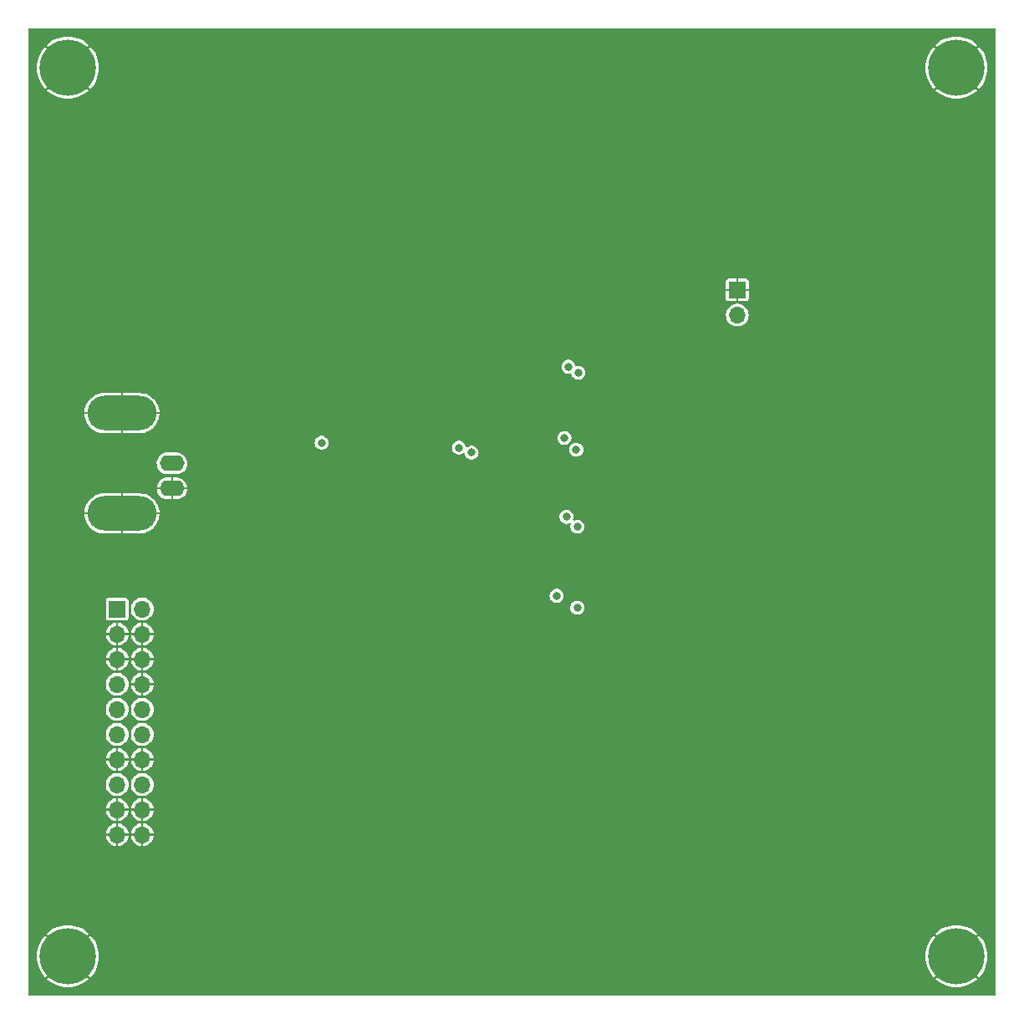
<source format=gbr>
%TF.GenerationSoftware,KiCad,Pcbnew,(7.0.0)*%
%TF.CreationDate,2023-12-14T15:04:28-05:00*%
%TF.ProjectId,singal-path-test-board,73696e67-616c-42d7-9061-74682d746573,rev?*%
%TF.SameCoordinates,Original*%
%TF.FileFunction,Copper,L2,Inr*%
%TF.FilePolarity,Positive*%
%FSLAX46Y46*%
G04 Gerber Fmt 4.6, Leading zero omitted, Abs format (unit mm)*
G04 Created by KiCad (PCBNEW (7.0.0)) date 2023-12-14 15:04:28*
%MOMM*%
%LPD*%
G01*
G04 APERTURE LIST*
%TA.AperFunction,ComponentPad*%
%ADD10C,5.700000*%
%TD*%
%TA.AperFunction,ComponentPad*%
%ADD11R,1.700000X1.700000*%
%TD*%
%TA.AperFunction,ComponentPad*%
%ADD12O,1.700000X1.700000*%
%TD*%
%TA.AperFunction,ComponentPad*%
%ADD13O,2.500000X1.600000*%
%TD*%
%TA.AperFunction,ComponentPad*%
%ADD14O,7.000000X3.500000*%
%TD*%
%TA.AperFunction,ViaPad*%
%ADD15C,0.800000*%
%TD*%
G04 APERTURE END LIST*
D10*
%TO.N,GND*%
%TO.C,TP10*%
X80000000Y-160000000D03*
%TD*%
%TO.N,GND*%
%TO.C,TP3*%
X170000000Y-160000000D03*
%TD*%
%TO.N,GND*%
%TO.C,TP1*%
X170000000Y-70000000D03*
%TD*%
%TO.N,GND*%
%TO.C,TP2*%
X80000000Y-70000000D03*
%TD*%
D11*
%TO.N,GND*%
%TO.C,JP1*%
X147799999Y-92524999D03*
D12*
%TO.N,/REF*%
X147799999Y-95064999D03*
%TD*%
D11*
%TO.N,VCC*%
%TO.C,J3*%
X84999999Y-124839999D03*
D12*
X87539999Y-124839999D03*
%TO.N,GND*%
X84999999Y-127379999D03*
X87539999Y-127379999D03*
X84999999Y-129919999D03*
X87539999Y-129919999D03*
%TO.N,/ATTEN_{SEL}*%
X84999999Y-132459999D03*
%TO.N,GND*%
X87539999Y-132459999D03*
%TO.N,/S_{0}*%
X84999999Y-134999999D03*
%TO.N,/S_{1}*%
X87539999Y-134999999D03*
%TO.N,/S_{2}*%
X84999999Y-137539999D03*
%TO.N,/S_{3}*%
X87539999Y-137539999D03*
%TO.N,GND*%
X84999999Y-140079999D03*
X87539999Y-140079999D03*
%TO.N,/TEST_{-0dBV}*%
X84999999Y-142619999D03*
X87539999Y-142619999D03*
%TO.N,GND*%
X84999999Y-145159999D03*
X87539999Y-145159999D03*
X84999999Y-147699999D03*
X87539999Y-147699999D03*
%TD*%
D13*
%TO.N,GND*%
%TO.C,J1*%
X90549999Y-112619999D03*
D14*
X85469999Y-115159999D03*
X85469999Y-104999999D03*
D13*
%TO.N,Net-(J1-In)*%
X90549999Y-110079999D03*
%TD*%
D15*
%TO.N,/S_{3}*%
X129500000Y-123500000D03*
%TO.N,GND*%
X138500000Y-99000000D03*
X131000000Y-96500000D03*
X121500000Y-99500000D03*
X127000000Y-99000000D03*
X132500000Y-99500000D03*
X152500000Y-110000000D03*
X155500000Y-110000000D03*
X152500000Y-103500000D03*
X152500000Y-116000000D03*
X144000000Y-114500000D03*
X140000000Y-108500000D03*
X142500000Y-100500000D03*
X144000000Y-108000000D03*
X97500000Y-115500000D03*
X105018448Y-121101710D03*
X134500000Y-124000000D03*
X136500000Y-102000000D03*
X126000000Y-134500000D03*
X126000000Y-102000000D03*
X121251493Y-72694313D03*
X96300000Y-160500000D03*
X127400000Y-158600000D03*
X78000000Y-109500000D03*
X78200000Y-124300000D03*
X77500000Y-143300000D03*
X96300000Y-122600000D03*
X101500000Y-104400000D03*
X116500000Y-97500000D03*
X92900000Y-70700000D03*
X84066042Y-92171048D03*
X103700000Y-78300000D03*
X150800000Y-71700000D03*
X159700000Y-82600000D03*
X158700000Y-117300000D03*
X161500000Y-105600000D03*
X159300000Y-130800000D03*
X166100000Y-143500000D03*
X145400000Y-154100000D03*
X119200000Y-142500000D03*
X107700000Y-144600000D03*
X93900000Y-143800000D03*
X92000000Y-129500000D03*
X102100000Y-132200000D03*
X111900000Y-122600000D03*
X121400000Y-119600000D03*
X126309583Y-123482696D03*
X120200000Y-129700000D03*
X119000000Y-126100000D03*
X110000000Y-131100000D03*
X111600000Y-133400000D03*
X116300000Y-124100000D03*
X116000000Y-117700000D03*
X107200000Y-126900000D03*
X114700000Y-135200000D03*
X128300000Y-121700000D03*
X128100000Y-114100000D03*
X127800000Y-106100000D03*
X135500000Y-107400000D03*
X135300000Y-113800000D03*
X139900000Y-129800000D03*
X122100000Y-105400000D03*
X118200000Y-113100000D03*
%TO.N,/S_{2}*%
X130500000Y-115500000D03*
%TO.N,/S_{1}*%
X130300000Y-107500000D03*
%TO.N,VCC*%
X131700000Y-100900000D03*
X131600000Y-124700000D03*
X131600000Y-116500000D03*
X131500000Y-108700000D03*
%TO.N,/S_{0}*%
X130700000Y-100300000D03*
%TO.N,VCC*%
X105700000Y-108000000D03*
%TO.N,GND*%
X106200000Y-112200000D03*
X110000000Y-115000000D03*
X113100000Y-115000000D03*
X122300000Y-110000000D03*
%TO.N,VCC*%
X120900000Y-109000000D03*
%TO.N,GND*%
X115700000Y-110400000D03*
%TO.N,/ATTEN_{SEL}*%
X119600000Y-108500000D03*
%TD*%
%TA.AperFunction,Conductor*%
%TO.N,GND*%
G36*
X173950000Y-66013763D02*
G01*
X173986237Y-66050000D01*
X173999500Y-66099500D01*
X173999500Y-163900500D01*
X173986237Y-163950000D01*
X173950000Y-163986237D01*
X173900500Y-163999500D01*
X76099500Y-163999500D01*
X76050000Y-163986237D01*
X76013763Y-163950000D01*
X76000500Y-163900500D01*
X76000500Y-162297516D01*
X77848005Y-162297516D01*
X77853853Y-162306632D01*
X78030848Y-162464803D01*
X78035173Y-162468252D01*
X78319187Y-162669773D01*
X78323894Y-162672730D01*
X78628675Y-162841176D01*
X78633683Y-162843587D01*
X78955411Y-162976852D01*
X78960653Y-162978686D01*
X79295286Y-163075092D01*
X79300697Y-163076326D01*
X79644005Y-163134657D01*
X79649541Y-163135281D01*
X79997222Y-163154807D01*
X80002778Y-163154807D01*
X80350458Y-163135281D01*
X80355994Y-163134657D01*
X80699302Y-163076326D01*
X80704713Y-163075092D01*
X81039346Y-162978686D01*
X81044588Y-162976852D01*
X81366316Y-162843587D01*
X81371324Y-162841176D01*
X81676105Y-162672730D01*
X81680812Y-162669773D01*
X81964826Y-162468252D01*
X81969151Y-162464803D01*
X82146145Y-162306632D01*
X82151993Y-162297516D01*
X167848005Y-162297516D01*
X167853853Y-162306632D01*
X168030848Y-162464803D01*
X168035173Y-162468252D01*
X168319187Y-162669773D01*
X168323894Y-162672730D01*
X168628675Y-162841176D01*
X168633683Y-162843587D01*
X168955411Y-162976852D01*
X168960653Y-162978686D01*
X169295286Y-163075092D01*
X169300697Y-163076326D01*
X169644005Y-163134657D01*
X169649541Y-163135281D01*
X169997222Y-163154807D01*
X170002778Y-163154807D01*
X170350458Y-163135281D01*
X170355994Y-163134657D01*
X170699302Y-163076326D01*
X170704713Y-163075092D01*
X171039346Y-162978686D01*
X171044588Y-162976852D01*
X171366316Y-162843587D01*
X171371324Y-162841176D01*
X171676105Y-162672730D01*
X171680812Y-162669773D01*
X171964826Y-162468252D01*
X171969151Y-162464803D01*
X172146145Y-162306632D01*
X172151993Y-162297516D01*
X172146666Y-162288087D01*
X170009214Y-160150635D01*
X170000000Y-160145315D01*
X169990785Y-160150635D01*
X167853332Y-162288087D01*
X167848005Y-162297516D01*
X82151993Y-162297516D01*
X82146666Y-162288087D01*
X80009214Y-160150635D01*
X80000000Y-160145315D01*
X79990785Y-160150635D01*
X77853332Y-162288087D01*
X77848005Y-162297516D01*
X76000500Y-162297516D01*
X76000500Y-160002778D01*
X76845193Y-160002778D01*
X76864718Y-160350458D01*
X76865342Y-160355994D01*
X76923673Y-160699302D01*
X76924907Y-160704713D01*
X77021313Y-161039346D01*
X77023147Y-161044588D01*
X77156412Y-161366316D01*
X77158823Y-161371324D01*
X77327269Y-161676105D01*
X77330226Y-161680812D01*
X77531747Y-161964826D01*
X77535196Y-161969151D01*
X77693366Y-162146145D01*
X77702482Y-162151993D01*
X77711911Y-162146666D01*
X79849364Y-160009214D01*
X79854684Y-159999999D01*
X80145315Y-159999999D01*
X80150635Y-160009214D01*
X82288087Y-162146666D01*
X82297516Y-162151993D01*
X82306632Y-162146145D01*
X82464803Y-161969151D01*
X82468252Y-161964826D01*
X82669773Y-161680812D01*
X82672730Y-161676105D01*
X82841176Y-161371324D01*
X82843587Y-161366316D01*
X82976852Y-161044588D01*
X82978686Y-161039346D01*
X83075092Y-160704713D01*
X83076326Y-160699302D01*
X83134657Y-160355994D01*
X83135281Y-160350458D01*
X83154807Y-160002778D01*
X166845193Y-160002778D01*
X166864718Y-160350458D01*
X166865342Y-160355994D01*
X166923673Y-160699302D01*
X166924907Y-160704713D01*
X167021313Y-161039346D01*
X167023147Y-161044588D01*
X167156412Y-161366316D01*
X167158823Y-161371324D01*
X167327269Y-161676105D01*
X167330226Y-161680812D01*
X167531747Y-161964826D01*
X167535196Y-161969151D01*
X167693366Y-162146145D01*
X167702482Y-162151993D01*
X167711911Y-162146666D01*
X169849364Y-160009214D01*
X169854684Y-159999999D01*
X170145315Y-159999999D01*
X170150635Y-160009214D01*
X172288087Y-162146666D01*
X172297516Y-162151993D01*
X172306632Y-162146145D01*
X172464803Y-161969151D01*
X172468252Y-161964826D01*
X172669773Y-161680812D01*
X172672730Y-161676105D01*
X172841176Y-161371324D01*
X172843587Y-161366316D01*
X172976852Y-161044588D01*
X172978686Y-161039346D01*
X173075092Y-160704713D01*
X173076326Y-160699302D01*
X173134657Y-160355994D01*
X173135281Y-160350458D01*
X173154807Y-160002778D01*
X173154807Y-159997222D01*
X173135281Y-159649541D01*
X173134657Y-159644005D01*
X173076326Y-159300697D01*
X173075092Y-159295286D01*
X172978686Y-158960653D01*
X172976852Y-158955411D01*
X172843587Y-158633683D01*
X172841176Y-158628675D01*
X172672730Y-158323894D01*
X172669773Y-158319187D01*
X172468252Y-158035173D01*
X172464803Y-158030848D01*
X172306632Y-157853853D01*
X172297516Y-157848005D01*
X172288087Y-157853332D01*
X170150635Y-159990785D01*
X170145315Y-159999999D01*
X169854684Y-159999999D01*
X169849364Y-159990785D01*
X167711911Y-157853332D01*
X167702482Y-157848005D01*
X167693366Y-157853853D01*
X167535196Y-158030848D01*
X167531747Y-158035173D01*
X167330226Y-158319187D01*
X167327269Y-158323894D01*
X167158823Y-158628675D01*
X167156412Y-158633683D01*
X167023147Y-158955411D01*
X167021313Y-158960653D01*
X166924907Y-159295286D01*
X166923673Y-159300697D01*
X166865342Y-159644005D01*
X166864718Y-159649541D01*
X166845193Y-159997222D01*
X166845193Y-160002778D01*
X83154807Y-160002778D01*
X83154807Y-159997222D01*
X83135281Y-159649541D01*
X83134657Y-159644005D01*
X83076326Y-159300697D01*
X83075092Y-159295286D01*
X82978686Y-158960653D01*
X82976852Y-158955411D01*
X82843587Y-158633683D01*
X82841176Y-158628675D01*
X82672730Y-158323894D01*
X82669773Y-158319187D01*
X82468252Y-158035173D01*
X82464803Y-158030848D01*
X82306632Y-157853853D01*
X82297516Y-157848005D01*
X82288087Y-157853332D01*
X80150635Y-159990785D01*
X80145315Y-159999999D01*
X79854684Y-159999999D01*
X79849364Y-159990785D01*
X77711911Y-157853332D01*
X77702482Y-157848005D01*
X77693366Y-157853853D01*
X77535196Y-158030848D01*
X77531747Y-158035173D01*
X77330226Y-158319187D01*
X77327269Y-158323894D01*
X77158823Y-158628675D01*
X77156412Y-158633683D01*
X77023147Y-158955411D01*
X77021313Y-158960653D01*
X76924907Y-159295286D01*
X76923673Y-159300697D01*
X76865342Y-159644005D01*
X76864718Y-159649541D01*
X76845193Y-159997222D01*
X76845193Y-160002778D01*
X76000500Y-160002778D01*
X76000500Y-157702482D01*
X77848005Y-157702482D01*
X77853332Y-157711911D01*
X79990785Y-159849364D01*
X80000000Y-159854684D01*
X80009214Y-159849364D01*
X82146666Y-157711911D01*
X82151993Y-157702482D01*
X167848005Y-157702482D01*
X167853332Y-157711911D01*
X169990785Y-159849364D01*
X170000000Y-159854684D01*
X170009214Y-159849364D01*
X172146666Y-157711911D01*
X172151993Y-157702482D01*
X172146145Y-157693366D01*
X171969151Y-157535196D01*
X171964826Y-157531747D01*
X171680812Y-157330226D01*
X171676105Y-157327269D01*
X171371324Y-157158823D01*
X171366316Y-157156412D01*
X171044588Y-157023147D01*
X171039346Y-157021313D01*
X170704713Y-156924907D01*
X170699302Y-156923673D01*
X170355994Y-156865342D01*
X170350458Y-156864718D01*
X170002778Y-156845193D01*
X169997222Y-156845193D01*
X169649541Y-156864718D01*
X169644005Y-156865342D01*
X169300697Y-156923673D01*
X169295286Y-156924907D01*
X168960653Y-157021313D01*
X168955411Y-157023147D01*
X168633683Y-157156412D01*
X168628675Y-157158823D01*
X168323894Y-157327269D01*
X168319187Y-157330226D01*
X168035173Y-157531747D01*
X168030848Y-157535196D01*
X167853853Y-157693366D01*
X167848005Y-157702482D01*
X82151993Y-157702482D01*
X82146145Y-157693366D01*
X81969151Y-157535196D01*
X81964826Y-157531747D01*
X81680812Y-157330226D01*
X81676105Y-157327269D01*
X81371324Y-157158823D01*
X81366316Y-157156412D01*
X81044588Y-157023147D01*
X81039346Y-157021313D01*
X80704713Y-156924907D01*
X80699302Y-156923673D01*
X80355994Y-156865342D01*
X80350458Y-156864718D01*
X80002778Y-156845193D01*
X79997222Y-156845193D01*
X79649541Y-156864718D01*
X79644005Y-156865342D01*
X79300697Y-156923673D01*
X79295286Y-156924907D01*
X78960653Y-157021313D01*
X78955411Y-157023147D01*
X78633683Y-157156412D01*
X78628675Y-157158823D01*
X78323894Y-157327269D01*
X78319187Y-157330226D01*
X78035173Y-157531747D01*
X78030848Y-157535196D01*
X77853853Y-157693366D01*
X77848005Y-157702482D01*
X76000500Y-157702482D01*
X76000500Y-147813749D01*
X83855613Y-147813749D01*
X83864316Y-147907665D01*
X83865989Y-147916613D01*
X83921809Y-148112803D01*
X83925105Y-148121309D01*
X84016018Y-148303889D01*
X84020823Y-148311649D01*
X84143736Y-148474411D01*
X84149883Y-148481154D01*
X84300619Y-148618569D01*
X84307889Y-148624059D01*
X84481315Y-148731439D01*
X84489472Y-148735501D01*
X84679669Y-148809184D01*
X84688442Y-148811679D01*
X84888930Y-148849157D01*
X84889807Y-148849238D01*
X84897245Y-148847245D01*
X84900000Y-148836967D01*
X85100000Y-148836967D01*
X85102754Y-148847245D01*
X85110192Y-148849238D01*
X85111069Y-148849157D01*
X85311557Y-148811679D01*
X85320330Y-148809184D01*
X85510527Y-148735501D01*
X85518684Y-148731439D01*
X85692110Y-148624059D01*
X85699380Y-148618569D01*
X85850116Y-148481154D01*
X85856263Y-148474411D01*
X85979176Y-148311649D01*
X85983981Y-148303889D01*
X86074894Y-148121309D01*
X86078190Y-148112803D01*
X86134010Y-147916613D01*
X86135683Y-147907665D01*
X86144386Y-147813749D01*
X86395613Y-147813749D01*
X86404316Y-147907665D01*
X86405989Y-147916613D01*
X86461809Y-148112803D01*
X86465105Y-148121309D01*
X86556018Y-148303889D01*
X86560823Y-148311649D01*
X86683736Y-148474411D01*
X86689883Y-148481154D01*
X86840619Y-148618569D01*
X86847889Y-148624059D01*
X87021315Y-148731439D01*
X87029472Y-148735501D01*
X87219669Y-148809184D01*
X87228442Y-148811679D01*
X87428930Y-148849157D01*
X87429807Y-148849238D01*
X87437245Y-148847245D01*
X87440000Y-148836967D01*
X87640000Y-148836967D01*
X87642754Y-148847245D01*
X87650192Y-148849238D01*
X87651069Y-148849157D01*
X87851557Y-148811679D01*
X87860330Y-148809184D01*
X88050527Y-148735501D01*
X88058684Y-148731439D01*
X88232110Y-148624059D01*
X88239380Y-148618569D01*
X88390116Y-148481154D01*
X88396263Y-148474411D01*
X88519176Y-148311649D01*
X88523981Y-148303889D01*
X88614894Y-148121309D01*
X88618190Y-148112803D01*
X88674010Y-147916613D01*
X88675683Y-147907665D01*
X88684386Y-147813749D01*
X88682376Y-147802995D01*
X88671849Y-147800000D01*
X87653033Y-147800000D01*
X87642754Y-147802754D01*
X87640000Y-147813033D01*
X87640000Y-148836967D01*
X87440000Y-148836967D01*
X87440000Y-147813033D01*
X87437245Y-147802754D01*
X87426967Y-147800000D01*
X86408151Y-147800000D01*
X86397623Y-147802995D01*
X86395613Y-147813749D01*
X86144386Y-147813749D01*
X86142376Y-147802995D01*
X86131849Y-147800000D01*
X85113033Y-147800000D01*
X85102754Y-147802754D01*
X85100000Y-147813033D01*
X85100000Y-148836967D01*
X84900000Y-148836967D01*
X84900000Y-147813033D01*
X84897245Y-147802754D01*
X84886967Y-147800000D01*
X83868151Y-147800000D01*
X83857623Y-147802995D01*
X83855613Y-147813749D01*
X76000500Y-147813749D01*
X76000500Y-147586250D01*
X83855613Y-147586250D01*
X83857623Y-147597004D01*
X83868151Y-147600000D01*
X84886967Y-147600000D01*
X84897245Y-147597245D01*
X84900000Y-147586967D01*
X85100000Y-147586967D01*
X85102754Y-147597245D01*
X85113033Y-147600000D01*
X86131849Y-147600000D01*
X86142376Y-147597004D01*
X86144386Y-147586250D01*
X86395613Y-147586250D01*
X86397623Y-147597004D01*
X86408151Y-147600000D01*
X87426967Y-147600000D01*
X87437245Y-147597245D01*
X87440000Y-147586967D01*
X87640000Y-147586967D01*
X87642754Y-147597245D01*
X87653033Y-147600000D01*
X88671849Y-147600000D01*
X88682376Y-147597004D01*
X88684386Y-147586250D01*
X88675683Y-147492334D01*
X88674010Y-147483386D01*
X88618190Y-147287196D01*
X88614894Y-147278690D01*
X88523981Y-147096110D01*
X88519176Y-147088350D01*
X88396263Y-146925588D01*
X88390116Y-146918845D01*
X88239380Y-146781430D01*
X88232110Y-146775940D01*
X88058684Y-146668560D01*
X88050527Y-146664498D01*
X87860330Y-146590815D01*
X87851557Y-146588320D01*
X87651069Y-146550842D01*
X87650192Y-146550761D01*
X87642754Y-146552754D01*
X87640000Y-146563033D01*
X87640000Y-147586967D01*
X87440000Y-147586967D01*
X87440000Y-146563033D01*
X87437245Y-146552754D01*
X87429807Y-146550761D01*
X87428930Y-146550842D01*
X87228442Y-146588320D01*
X87219669Y-146590815D01*
X87029472Y-146664498D01*
X87021315Y-146668560D01*
X86847889Y-146775940D01*
X86840619Y-146781430D01*
X86689883Y-146918845D01*
X86683736Y-146925588D01*
X86560823Y-147088350D01*
X86556018Y-147096110D01*
X86465105Y-147278690D01*
X86461809Y-147287196D01*
X86405989Y-147483386D01*
X86404316Y-147492334D01*
X86395613Y-147586250D01*
X86144386Y-147586250D01*
X86135683Y-147492334D01*
X86134010Y-147483386D01*
X86078190Y-147287196D01*
X86074894Y-147278690D01*
X85983981Y-147096110D01*
X85979176Y-147088350D01*
X85856263Y-146925588D01*
X85850116Y-146918845D01*
X85699380Y-146781430D01*
X85692110Y-146775940D01*
X85518684Y-146668560D01*
X85510527Y-146664498D01*
X85320330Y-146590815D01*
X85311557Y-146588320D01*
X85111069Y-146550842D01*
X85110192Y-146550761D01*
X85102754Y-146552754D01*
X85100000Y-146563033D01*
X85100000Y-147586967D01*
X84900000Y-147586967D01*
X84900000Y-146563033D01*
X84897245Y-146552754D01*
X84889807Y-146550761D01*
X84888930Y-146550842D01*
X84688442Y-146588320D01*
X84679669Y-146590815D01*
X84489472Y-146664498D01*
X84481315Y-146668560D01*
X84307889Y-146775940D01*
X84300619Y-146781430D01*
X84149883Y-146918845D01*
X84143736Y-146925588D01*
X84020823Y-147088350D01*
X84016018Y-147096110D01*
X83925105Y-147278690D01*
X83921809Y-147287196D01*
X83865989Y-147483386D01*
X83864316Y-147492334D01*
X83855613Y-147586250D01*
X76000500Y-147586250D01*
X76000500Y-145273749D01*
X83855613Y-145273749D01*
X83864316Y-145367665D01*
X83865989Y-145376613D01*
X83921809Y-145572803D01*
X83925105Y-145581309D01*
X84016018Y-145763889D01*
X84020823Y-145771649D01*
X84143736Y-145934411D01*
X84149883Y-145941154D01*
X84300619Y-146078569D01*
X84307889Y-146084059D01*
X84481315Y-146191439D01*
X84489472Y-146195501D01*
X84679669Y-146269184D01*
X84688442Y-146271679D01*
X84888930Y-146309157D01*
X84889807Y-146309238D01*
X84897245Y-146307245D01*
X84900000Y-146296967D01*
X85100000Y-146296967D01*
X85102754Y-146307245D01*
X85110192Y-146309238D01*
X85111069Y-146309157D01*
X85311557Y-146271679D01*
X85320330Y-146269184D01*
X85510527Y-146195501D01*
X85518684Y-146191439D01*
X85692110Y-146084059D01*
X85699380Y-146078569D01*
X85850116Y-145941154D01*
X85856263Y-145934411D01*
X85979176Y-145771649D01*
X85983981Y-145763889D01*
X86074894Y-145581309D01*
X86078190Y-145572803D01*
X86134010Y-145376613D01*
X86135683Y-145367665D01*
X86144386Y-145273749D01*
X86395613Y-145273749D01*
X86404316Y-145367665D01*
X86405989Y-145376613D01*
X86461809Y-145572803D01*
X86465105Y-145581309D01*
X86556018Y-145763889D01*
X86560823Y-145771649D01*
X86683736Y-145934411D01*
X86689883Y-145941154D01*
X86840619Y-146078569D01*
X86847889Y-146084059D01*
X87021315Y-146191439D01*
X87029472Y-146195501D01*
X87219669Y-146269184D01*
X87228442Y-146271679D01*
X87428930Y-146309157D01*
X87429807Y-146309238D01*
X87437245Y-146307245D01*
X87440000Y-146296967D01*
X87640000Y-146296967D01*
X87642754Y-146307245D01*
X87650192Y-146309238D01*
X87651069Y-146309157D01*
X87851557Y-146271679D01*
X87860330Y-146269184D01*
X88050527Y-146195501D01*
X88058684Y-146191439D01*
X88232110Y-146084059D01*
X88239380Y-146078569D01*
X88390116Y-145941154D01*
X88396263Y-145934411D01*
X88519176Y-145771649D01*
X88523981Y-145763889D01*
X88614894Y-145581309D01*
X88618190Y-145572803D01*
X88674010Y-145376613D01*
X88675683Y-145367665D01*
X88684386Y-145273749D01*
X88682376Y-145262995D01*
X88671849Y-145260000D01*
X87653033Y-145260000D01*
X87642754Y-145262754D01*
X87640000Y-145273033D01*
X87640000Y-146296967D01*
X87440000Y-146296967D01*
X87440000Y-145273033D01*
X87437245Y-145262754D01*
X87426967Y-145260000D01*
X86408151Y-145260000D01*
X86397623Y-145262995D01*
X86395613Y-145273749D01*
X86144386Y-145273749D01*
X86142376Y-145262995D01*
X86131849Y-145260000D01*
X85113033Y-145260000D01*
X85102754Y-145262754D01*
X85100000Y-145273033D01*
X85100000Y-146296967D01*
X84900000Y-146296967D01*
X84900000Y-145273033D01*
X84897245Y-145262754D01*
X84886967Y-145260000D01*
X83868151Y-145260000D01*
X83857623Y-145262995D01*
X83855613Y-145273749D01*
X76000500Y-145273749D01*
X76000500Y-145046250D01*
X83855613Y-145046250D01*
X83857623Y-145057004D01*
X83868151Y-145060000D01*
X84886967Y-145060000D01*
X84897245Y-145057245D01*
X84900000Y-145046967D01*
X85100000Y-145046967D01*
X85102754Y-145057245D01*
X85113033Y-145060000D01*
X86131849Y-145060000D01*
X86142376Y-145057004D01*
X86144386Y-145046250D01*
X86395613Y-145046250D01*
X86397623Y-145057004D01*
X86408151Y-145060000D01*
X87426967Y-145060000D01*
X87437245Y-145057245D01*
X87440000Y-145046967D01*
X87640000Y-145046967D01*
X87642754Y-145057245D01*
X87653033Y-145060000D01*
X88671849Y-145060000D01*
X88682376Y-145057004D01*
X88684386Y-145046250D01*
X88675683Y-144952334D01*
X88674010Y-144943386D01*
X88618190Y-144747196D01*
X88614894Y-144738690D01*
X88523981Y-144556110D01*
X88519176Y-144548350D01*
X88396263Y-144385588D01*
X88390116Y-144378845D01*
X88239380Y-144241430D01*
X88232110Y-144235940D01*
X88058684Y-144128560D01*
X88050527Y-144124498D01*
X87860330Y-144050815D01*
X87851557Y-144048320D01*
X87651069Y-144010842D01*
X87650192Y-144010761D01*
X87642754Y-144012754D01*
X87640000Y-144023033D01*
X87640000Y-145046967D01*
X87440000Y-145046967D01*
X87440000Y-144023033D01*
X87437245Y-144012754D01*
X87429807Y-144010761D01*
X87428930Y-144010842D01*
X87228442Y-144048320D01*
X87219669Y-144050815D01*
X87029472Y-144124498D01*
X87021315Y-144128560D01*
X86847889Y-144235940D01*
X86840619Y-144241430D01*
X86689883Y-144378845D01*
X86683736Y-144385588D01*
X86560823Y-144548350D01*
X86556018Y-144556110D01*
X86465105Y-144738690D01*
X86461809Y-144747196D01*
X86405989Y-144943386D01*
X86404316Y-144952334D01*
X86395613Y-145046250D01*
X86144386Y-145046250D01*
X86135683Y-144952334D01*
X86134010Y-144943386D01*
X86078190Y-144747196D01*
X86074894Y-144738690D01*
X85983981Y-144556110D01*
X85979176Y-144548350D01*
X85856263Y-144385588D01*
X85850116Y-144378845D01*
X85699380Y-144241430D01*
X85692110Y-144235940D01*
X85518684Y-144128560D01*
X85510527Y-144124498D01*
X85320330Y-144050815D01*
X85311557Y-144048320D01*
X85111069Y-144010842D01*
X85110192Y-144010761D01*
X85102754Y-144012754D01*
X85100000Y-144023033D01*
X85100000Y-145046967D01*
X84900000Y-145046967D01*
X84900000Y-144023033D01*
X84897245Y-144012754D01*
X84889807Y-144010761D01*
X84888930Y-144010842D01*
X84688442Y-144048320D01*
X84679669Y-144050815D01*
X84489472Y-144124498D01*
X84481315Y-144128560D01*
X84307889Y-144235940D01*
X84300619Y-144241430D01*
X84149883Y-144378845D01*
X84143736Y-144385588D01*
X84020823Y-144548350D01*
X84016018Y-144556110D01*
X83925105Y-144738690D01*
X83921809Y-144747196D01*
X83865989Y-144943386D01*
X83864316Y-144952334D01*
X83855613Y-145046250D01*
X76000500Y-145046250D01*
X76000500Y-142620000D01*
X83844571Y-142620000D01*
X83864244Y-142832310D01*
X83865493Y-142836699D01*
X83865494Y-142836705D01*
X83921341Y-143032984D01*
X83921343Y-143032990D01*
X83922595Y-143037389D01*
X84017634Y-143228255D01*
X84020396Y-143231912D01*
X84143365Y-143394749D01*
X84143368Y-143394752D01*
X84146128Y-143398407D01*
X84303698Y-143542052D01*
X84484981Y-143654298D01*
X84683802Y-143731321D01*
X84893390Y-143770500D01*
X85102027Y-143770500D01*
X85106610Y-143770500D01*
X85316198Y-143731321D01*
X85515019Y-143654298D01*
X85696302Y-143542052D01*
X85853872Y-143398407D01*
X85982366Y-143228255D01*
X86077405Y-143037389D01*
X86135756Y-142832310D01*
X86155429Y-142620000D01*
X86384571Y-142620000D01*
X86404244Y-142832310D01*
X86405493Y-142836699D01*
X86405494Y-142836705D01*
X86461341Y-143032984D01*
X86461343Y-143032990D01*
X86462595Y-143037389D01*
X86557634Y-143228255D01*
X86560396Y-143231912D01*
X86683365Y-143394749D01*
X86683368Y-143394752D01*
X86686128Y-143398407D01*
X86843698Y-143542052D01*
X87024981Y-143654298D01*
X87223802Y-143731321D01*
X87433390Y-143770500D01*
X87642027Y-143770500D01*
X87646610Y-143770500D01*
X87856198Y-143731321D01*
X88055019Y-143654298D01*
X88236302Y-143542052D01*
X88393872Y-143398407D01*
X88522366Y-143228255D01*
X88617405Y-143037389D01*
X88675756Y-142832310D01*
X88695429Y-142620000D01*
X88675756Y-142407690D01*
X88617405Y-142202611D01*
X88522366Y-142011745D01*
X88393872Y-141841593D01*
X88236302Y-141697948D01*
X88232413Y-141695540D01*
X88232409Y-141695537D01*
X88121643Y-141626954D01*
X88055019Y-141585702D01*
X88014029Y-141569822D01*
X87860467Y-141510332D01*
X87860459Y-141510329D01*
X87856198Y-141508679D01*
X87851694Y-141507837D01*
X87651116Y-141470342D01*
X87651112Y-141470341D01*
X87646610Y-141469500D01*
X87433390Y-141469500D01*
X87428888Y-141470341D01*
X87428883Y-141470342D01*
X87228305Y-141507837D01*
X87228302Y-141507837D01*
X87223802Y-141508679D01*
X87219543Y-141510328D01*
X87219532Y-141510332D01*
X87029250Y-141584048D01*
X87029248Y-141584048D01*
X87024981Y-141585702D01*
X87021087Y-141588112D01*
X87021085Y-141588114D01*
X86847590Y-141695537D01*
X86847581Y-141695543D01*
X86843698Y-141697948D01*
X86840323Y-141701024D01*
X86840316Y-141701030D01*
X86689512Y-141838507D01*
X86689506Y-141838513D01*
X86686128Y-141841593D01*
X86683372Y-141845241D01*
X86683365Y-141845250D01*
X86560396Y-142008087D01*
X86557634Y-142011745D01*
X86555595Y-142015838D01*
X86555591Y-142015846D01*
X86464637Y-142198509D01*
X86464635Y-142198513D01*
X86462595Y-142202611D01*
X86461344Y-142207005D01*
X86461341Y-142207015D01*
X86405494Y-142403294D01*
X86405492Y-142403302D01*
X86404244Y-142407690D01*
X86384571Y-142620000D01*
X86155429Y-142620000D01*
X86135756Y-142407690D01*
X86077405Y-142202611D01*
X85982366Y-142011745D01*
X85853872Y-141841593D01*
X85696302Y-141697948D01*
X85692413Y-141695540D01*
X85692409Y-141695537D01*
X85581643Y-141626954D01*
X85515019Y-141585702D01*
X85474029Y-141569822D01*
X85320467Y-141510332D01*
X85320459Y-141510329D01*
X85316198Y-141508679D01*
X85311694Y-141507837D01*
X85111116Y-141470342D01*
X85111112Y-141470341D01*
X85106610Y-141469500D01*
X84893390Y-141469500D01*
X84888888Y-141470341D01*
X84888883Y-141470342D01*
X84688305Y-141507837D01*
X84688302Y-141507837D01*
X84683802Y-141508679D01*
X84679543Y-141510328D01*
X84679532Y-141510332D01*
X84489250Y-141584048D01*
X84489248Y-141584048D01*
X84484981Y-141585702D01*
X84481087Y-141588112D01*
X84481085Y-141588114D01*
X84307590Y-141695537D01*
X84307581Y-141695543D01*
X84303698Y-141697948D01*
X84300323Y-141701024D01*
X84300316Y-141701030D01*
X84149512Y-141838507D01*
X84149506Y-141838513D01*
X84146128Y-141841593D01*
X84143372Y-141845241D01*
X84143365Y-141845250D01*
X84020396Y-142008087D01*
X84017634Y-142011745D01*
X84015595Y-142015838D01*
X84015591Y-142015846D01*
X83924637Y-142198509D01*
X83924635Y-142198513D01*
X83922595Y-142202611D01*
X83921344Y-142207005D01*
X83921341Y-142207015D01*
X83865494Y-142403294D01*
X83865492Y-142403302D01*
X83864244Y-142407690D01*
X83844571Y-142620000D01*
X76000500Y-142620000D01*
X76000500Y-140193749D01*
X83855613Y-140193749D01*
X83864316Y-140287665D01*
X83865989Y-140296613D01*
X83921809Y-140492803D01*
X83925105Y-140501309D01*
X84016018Y-140683889D01*
X84020823Y-140691649D01*
X84143736Y-140854411D01*
X84149883Y-140861154D01*
X84300619Y-140998569D01*
X84307889Y-141004059D01*
X84481315Y-141111439D01*
X84489472Y-141115501D01*
X84679669Y-141189184D01*
X84688442Y-141191679D01*
X84888930Y-141229157D01*
X84889807Y-141229238D01*
X84897245Y-141227245D01*
X84900000Y-141216967D01*
X85100000Y-141216967D01*
X85102754Y-141227245D01*
X85110192Y-141229238D01*
X85111069Y-141229157D01*
X85311557Y-141191679D01*
X85320330Y-141189184D01*
X85510527Y-141115501D01*
X85518684Y-141111439D01*
X85692110Y-141004059D01*
X85699380Y-140998569D01*
X85850116Y-140861154D01*
X85856263Y-140854411D01*
X85979176Y-140691649D01*
X85983981Y-140683889D01*
X86074894Y-140501309D01*
X86078190Y-140492803D01*
X86134010Y-140296613D01*
X86135683Y-140287665D01*
X86144386Y-140193749D01*
X86395613Y-140193749D01*
X86404316Y-140287665D01*
X86405989Y-140296613D01*
X86461809Y-140492803D01*
X86465105Y-140501309D01*
X86556018Y-140683889D01*
X86560823Y-140691649D01*
X86683736Y-140854411D01*
X86689883Y-140861154D01*
X86840619Y-140998569D01*
X86847889Y-141004059D01*
X87021315Y-141111439D01*
X87029472Y-141115501D01*
X87219669Y-141189184D01*
X87228442Y-141191679D01*
X87428930Y-141229157D01*
X87429807Y-141229238D01*
X87437245Y-141227245D01*
X87440000Y-141216967D01*
X87640000Y-141216967D01*
X87642754Y-141227245D01*
X87650192Y-141229238D01*
X87651069Y-141229157D01*
X87851557Y-141191679D01*
X87860330Y-141189184D01*
X88050527Y-141115501D01*
X88058684Y-141111439D01*
X88232110Y-141004059D01*
X88239380Y-140998569D01*
X88390116Y-140861154D01*
X88396263Y-140854411D01*
X88519176Y-140691649D01*
X88523981Y-140683889D01*
X88614894Y-140501309D01*
X88618190Y-140492803D01*
X88674010Y-140296613D01*
X88675683Y-140287665D01*
X88684386Y-140193749D01*
X88682376Y-140182995D01*
X88671849Y-140180000D01*
X87653033Y-140180000D01*
X87642754Y-140182754D01*
X87640000Y-140193033D01*
X87640000Y-141216967D01*
X87440000Y-141216967D01*
X87440000Y-140193033D01*
X87437245Y-140182754D01*
X87426967Y-140180000D01*
X86408151Y-140180000D01*
X86397623Y-140182995D01*
X86395613Y-140193749D01*
X86144386Y-140193749D01*
X86142376Y-140182995D01*
X86131849Y-140180000D01*
X85113033Y-140180000D01*
X85102754Y-140182754D01*
X85100000Y-140193033D01*
X85100000Y-141216967D01*
X84900000Y-141216967D01*
X84900000Y-140193033D01*
X84897245Y-140182754D01*
X84886967Y-140180000D01*
X83868151Y-140180000D01*
X83857623Y-140182995D01*
X83855613Y-140193749D01*
X76000500Y-140193749D01*
X76000500Y-139966250D01*
X83855613Y-139966250D01*
X83857623Y-139977004D01*
X83868151Y-139980000D01*
X84886967Y-139980000D01*
X84897245Y-139977245D01*
X84900000Y-139966967D01*
X85100000Y-139966967D01*
X85102754Y-139977245D01*
X85113033Y-139980000D01*
X86131849Y-139980000D01*
X86142376Y-139977004D01*
X86144386Y-139966250D01*
X86395613Y-139966250D01*
X86397623Y-139977004D01*
X86408151Y-139980000D01*
X87426967Y-139980000D01*
X87437245Y-139977245D01*
X87440000Y-139966967D01*
X87640000Y-139966967D01*
X87642754Y-139977245D01*
X87653033Y-139980000D01*
X88671849Y-139980000D01*
X88682376Y-139977004D01*
X88684386Y-139966250D01*
X88675683Y-139872334D01*
X88674010Y-139863386D01*
X88618190Y-139667196D01*
X88614894Y-139658690D01*
X88523981Y-139476110D01*
X88519176Y-139468350D01*
X88396263Y-139305588D01*
X88390116Y-139298845D01*
X88239380Y-139161430D01*
X88232110Y-139155940D01*
X88058684Y-139048560D01*
X88050527Y-139044498D01*
X87860330Y-138970815D01*
X87851557Y-138968320D01*
X87651069Y-138930842D01*
X87650192Y-138930761D01*
X87642754Y-138932754D01*
X87640000Y-138943033D01*
X87640000Y-139966967D01*
X87440000Y-139966967D01*
X87440000Y-138943033D01*
X87437245Y-138932754D01*
X87429807Y-138930761D01*
X87428930Y-138930842D01*
X87228442Y-138968320D01*
X87219669Y-138970815D01*
X87029472Y-139044498D01*
X87021315Y-139048560D01*
X86847889Y-139155940D01*
X86840619Y-139161430D01*
X86689883Y-139298845D01*
X86683736Y-139305588D01*
X86560823Y-139468350D01*
X86556018Y-139476110D01*
X86465105Y-139658690D01*
X86461809Y-139667196D01*
X86405989Y-139863386D01*
X86404316Y-139872334D01*
X86395613Y-139966250D01*
X86144386Y-139966250D01*
X86135683Y-139872334D01*
X86134010Y-139863386D01*
X86078190Y-139667196D01*
X86074894Y-139658690D01*
X85983981Y-139476110D01*
X85979176Y-139468350D01*
X85856263Y-139305588D01*
X85850116Y-139298845D01*
X85699380Y-139161430D01*
X85692110Y-139155940D01*
X85518684Y-139048560D01*
X85510527Y-139044498D01*
X85320330Y-138970815D01*
X85311557Y-138968320D01*
X85111069Y-138930842D01*
X85110192Y-138930761D01*
X85102754Y-138932754D01*
X85100000Y-138943033D01*
X85100000Y-139966967D01*
X84900000Y-139966967D01*
X84900000Y-138943033D01*
X84897245Y-138932754D01*
X84889807Y-138930761D01*
X84888930Y-138930842D01*
X84688442Y-138968320D01*
X84679669Y-138970815D01*
X84489472Y-139044498D01*
X84481315Y-139048560D01*
X84307889Y-139155940D01*
X84300619Y-139161430D01*
X84149883Y-139298845D01*
X84143736Y-139305588D01*
X84020823Y-139468350D01*
X84016018Y-139476110D01*
X83925105Y-139658690D01*
X83921809Y-139667196D01*
X83865989Y-139863386D01*
X83864316Y-139872334D01*
X83855613Y-139966250D01*
X76000500Y-139966250D01*
X76000500Y-137540000D01*
X83844571Y-137540000D01*
X83864244Y-137752310D01*
X83865493Y-137756699D01*
X83865494Y-137756705D01*
X83921341Y-137952984D01*
X83921343Y-137952990D01*
X83922595Y-137957389D01*
X84017634Y-138148255D01*
X84020396Y-138151912D01*
X84143365Y-138314749D01*
X84143368Y-138314752D01*
X84146128Y-138318407D01*
X84303698Y-138462052D01*
X84484981Y-138574298D01*
X84683802Y-138651321D01*
X84893390Y-138690500D01*
X85102027Y-138690500D01*
X85106610Y-138690500D01*
X85316198Y-138651321D01*
X85515019Y-138574298D01*
X85696302Y-138462052D01*
X85853872Y-138318407D01*
X85982366Y-138148255D01*
X86077405Y-137957389D01*
X86135756Y-137752310D01*
X86155429Y-137540000D01*
X86384571Y-137540000D01*
X86404244Y-137752310D01*
X86405493Y-137756699D01*
X86405494Y-137756705D01*
X86461341Y-137952984D01*
X86461343Y-137952990D01*
X86462595Y-137957389D01*
X86557634Y-138148255D01*
X86560396Y-138151912D01*
X86683365Y-138314749D01*
X86683368Y-138314752D01*
X86686128Y-138318407D01*
X86843698Y-138462052D01*
X87024981Y-138574298D01*
X87223802Y-138651321D01*
X87433390Y-138690500D01*
X87642027Y-138690500D01*
X87646610Y-138690500D01*
X87856198Y-138651321D01*
X88055019Y-138574298D01*
X88236302Y-138462052D01*
X88393872Y-138318407D01*
X88522366Y-138148255D01*
X88617405Y-137957389D01*
X88675756Y-137752310D01*
X88695429Y-137540000D01*
X88675756Y-137327690D01*
X88617405Y-137122611D01*
X88522366Y-136931745D01*
X88393872Y-136761593D01*
X88236302Y-136617948D01*
X88232413Y-136615540D01*
X88232409Y-136615537D01*
X88121643Y-136546954D01*
X88055019Y-136505702D01*
X88014029Y-136489822D01*
X87860467Y-136430332D01*
X87860459Y-136430329D01*
X87856198Y-136428679D01*
X87851694Y-136427837D01*
X87651116Y-136390342D01*
X87651112Y-136390341D01*
X87646610Y-136389500D01*
X87433390Y-136389500D01*
X87428888Y-136390341D01*
X87428883Y-136390342D01*
X87228305Y-136427837D01*
X87228302Y-136427837D01*
X87223802Y-136428679D01*
X87219543Y-136430328D01*
X87219532Y-136430332D01*
X87029250Y-136504048D01*
X87029248Y-136504048D01*
X87024981Y-136505702D01*
X87021087Y-136508112D01*
X87021085Y-136508114D01*
X86847590Y-136615537D01*
X86847581Y-136615543D01*
X86843698Y-136617948D01*
X86840323Y-136621024D01*
X86840316Y-136621030D01*
X86689512Y-136758507D01*
X86689506Y-136758513D01*
X86686128Y-136761593D01*
X86683372Y-136765241D01*
X86683365Y-136765250D01*
X86560396Y-136928087D01*
X86557634Y-136931745D01*
X86555595Y-136935838D01*
X86555591Y-136935846D01*
X86464637Y-137118509D01*
X86464635Y-137118513D01*
X86462595Y-137122611D01*
X86461344Y-137127005D01*
X86461341Y-137127015D01*
X86405494Y-137323294D01*
X86405492Y-137323302D01*
X86404244Y-137327690D01*
X86384571Y-137540000D01*
X86155429Y-137540000D01*
X86135756Y-137327690D01*
X86077405Y-137122611D01*
X85982366Y-136931745D01*
X85853872Y-136761593D01*
X85696302Y-136617948D01*
X85692413Y-136615540D01*
X85692409Y-136615537D01*
X85581643Y-136546954D01*
X85515019Y-136505702D01*
X85474029Y-136489822D01*
X85320467Y-136430332D01*
X85320459Y-136430329D01*
X85316198Y-136428679D01*
X85311694Y-136427837D01*
X85111116Y-136390342D01*
X85111112Y-136390341D01*
X85106610Y-136389500D01*
X84893390Y-136389500D01*
X84888888Y-136390341D01*
X84888883Y-136390342D01*
X84688305Y-136427837D01*
X84688302Y-136427837D01*
X84683802Y-136428679D01*
X84679543Y-136430328D01*
X84679532Y-136430332D01*
X84489250Y-136504048D01*
X84489248Y-136504048D01*
X84484981Y-136505702D01*
X84481087Y-136508112D01*
X84481085Y-136508114D01*
X84307590Y-136615537D01*
X84307581Y-136615543D01*
X84303698Y-136617948D01*
X84300323Y-136621024D01*
X84300316Y-136621030D01*
X84149512Y-136758507D01*
X84149506Y-136758513D01*
X84146128Y-136761593D01*
X84143372Y-136765241D01*
X84143365Y-136765250D01*
X84020396Y-136928087D01*
X84017634Y-136931745D01*
X84015595Y-136935838D01*
X84015591Y-136935846D01*
X83924637Y-137118509D01*
X83924635Y-137118513D01*
X83922595Y-137122611D01*
X83921344Y-137127005D01*
X83921341Y-137127015D01*
X83865494Y-137323294D01*
X83865492Y-137323302D01*
X83864244Y-137327690D01*
X83844571Y-137540000D01*
X76000500Y-137540000D01*
X76000500Y-135000000D01*
X83844571Y-135000000D01*
X83864244Y-135212310D01*
X83865493Y-135216699D01*
X83865494Y-135216705D01*
X83921341Y-135412984D01*
X83921343Y-135412990D01*
X83922595Y-135417389D01*
X84017634Y-135608255D01*
X84020396Y-135611912D01*
X84143365Y-135774749D01*
X84143368Y-135774752D01*
X84146128Y-135778407D01*
X84303698Y-135922052D01*
X84484981Y-136034298D01*
X84683802Y-136111321D01*
X84893390Y-136150500D01*
X85102027Y-136150500D01*
X85106610Y-136150500D01*
X85316198Y-136111321D01*
X85515019Y-136034298D01*
X85696302Y-135922052D01*
X85853872Y-135778407D01*
X85982366Y-135608255D01*
X86077405Y-135417389D01*
X86135756Y-135212310D01*
X86155429Y-135000000D01*
X86384571Y-135000000D01*
X86404244Y-135212310D01*
X86405493Y-135216699D01*
X86405494Y-135216705D01*
X86461341Y-135412984D01*
X86461343Y-135412990D01*
X86462595Y-135417389D01*
X86557634Y-135608255D01*
X86560396Y-135611912D01*
X86683365Y-135774749D01*
X86683368Y-135774752D01*
X86686128Y-135778407D01*
X86843698Y-135922052D01*
X87024981Y-136034298D01*
X87223802Y-136111321D01*
X87433390Y-136150500D01*
X87642027Y-136150500D01*
X87646610Y-136150500D01*
X87856198Y-136111321D01*
X88055019Y-136034298D01*
X88236302Y-135922052D01*
X88393872Y-135778407D01*
X88522366Y-135608255D01*
X88617405Y-135417389D01*
X88675756Y-135212310D01*
X88695429Y-135000000D01*
X88675756Y-134787690D01*
X88617405Y-134582611D01*
X88522366Y-134391745D01*
X88393872Y-134221593D01*
X88236302Y-134077948D01*
X88232413Y-134075540D01*
X88232409Y-134075537D01*
X88121643Y-134006954D01*
X88055019Y-133965702D01*
X88014029Y-133949822D01*
X87860467Y-133890332D01*
X87860459Y-133890329D01*
X87856198Y-133888679D01*
X87851694Y-133887837D01*
X87651116Y-133850342D01*
X87651112Y-133850341D01*
X87646610Y-133849500D01*
X87433390Y-133849500D01*
X87428888Y-133850341D01*
X87428883Y-133850342D01*
X87228305Y-133887837D01*
X87228302Y-133887837D01*
X87223802Y-133888679D01*
X87219543Y-133890328D01*
X87219532Y-133890332D01*
X87029250Y-133964048D01*
X87029248Y-133964048D01*
X87024981Y-133965702D01*
X87021087Y-133968112D01*
X87021085Y-133968114D01*
X86847590Y-134075537D01*
X86847581Y-134075543D01*
X86843698Y-134077948D01*
X86840323Y-134081024D01*
X86840316Y-134081030D01*
X86689512Y-134218507D01*
X86689506Y-134218513D01*
X86686128Y-134221593D01*
X86683372Y-134225241D01*
X86683365Y-134225250D01*
X86560396Y-134388087D01*
X86557634Y-134391745D01*
X86555595Y-134395838D01*
X86555591Y-134395846D01*
X86464637Y-134578509D01*
X86464635Y-134578513D01*
X86462595Y-134582611D01*
X86461344Y-134587005D01*
X86461341Y-134587015D01*
X86405494Y-134783294D01*
X86405492Y-134783302D01*
X86404244Y-134787690D01*
X86384571Y-135000000D01*
X86155429Y-135000000D01*
X86135756Y-134787690D01*
X86077405Y-134582611D01*
X85982366Y-134391745D01*
X85853872Y-134221593D01*
X85696302Y-134077948D01*
X85692413Y-134075540D01*
X85692409Y-134075537D01*
X85581643Y-134006954D01*
X85515019Y-133965702D01*
X85474029Y-133949822D01*
X85320467Y-133890332D01*
X85320459Y-133890329D01*
X85316198Y-133888679D01*
X85311694Y-133887837D01*
X85111116Y-133850342D01*
X85111112Y-133850341D01*
X85106610Y-133849500D01*
X84893390Y-133849500D01*
X84888888Y-133850341D01*
X84888883Y-133850342D01*
X84688305Y-133887837D01*
X84688302Y-133887837D01*
X84683802Y-133888679D01*
X84679543Y-133890328D01*
X84679532Y-133890332D01*
X84489250Y-133964048D01*
X84489248Y-133964048D01*
X84484981Y-133965702D01*
X84481087Y-133968112D01*
X84481085Y-133968114D01*
X84307590Y-134075537D01*
X84307581Y-134075543D01*
X84303698Y-134077948D01*
X84300323Y-134081024D01*
X84300316Y-134081030D01*
X84149512Y-134218507D01*
X84149506Y-134218513D01*
X84146128Y-134221593D01*
X84143372Y-134225241D01*
X84143365Y-134225250D01*
X84020396Y-134388087D01*
X84017634Y-134391745D01*
X84015595Y-134395838D01*
X84015591Y-134395846D01*
X83924637Y-134578509D01*
X83924635Y-134578513D01*
X83922595Y-134582611D01*
X83921344Y-134587005D01*
X83921341Y-134587015D01*
X83865494Y-134783294D01*
X83865492Y-134783302D01*
X83864244Y-134787690D01*
X83844571Y-135000000D01*
X76000500Y-135000000D01*
X76000500Y-132460000D01*
X83844571Y-132460000D01*
X83844993Y-132464554D01*
X83863813Y-132667665D01*
X83864244Y-132672310D01*
X83865493Y-132676699D01*
X83865494Y-132676705D01*
X83921341Y-132872984D01*
X83921343Y-132872990D01*
X83922595Y-132877389D01*
X84017634Y-133068255D01*
X84020396Y-133071912D01*
X84143365Y-133234749D01*
X84143368Y-133234752D01*
X84146128Y-133238407D01*
X84303698Y-133382052D01*
X84484981Y-133494298D01*
X84642812Y-133555441D01*
X84678285Y-133569184D01*
X84683802Y-133571321D01*
X84893390Y-133610500D01*
X85102027Y-133610500D01*
X85106610Y-133610500D01*
X85316198Y-133571321D01*
X85515019Y-133494298D01*
X85696302Y-133382052D01*
X85853872Y-133238407D01*
X85982366Y-133068255D01*
X86077405Y-132877389D01*
X86135756Y-132672310D01*
X86144889Y-132573749D01*
X86395613Y-132573749D01*
X86404316Y-132667665D01*
X86405989Y-132676613D01*
X86461809Y-132872803D01*
X86465105Y-132881309D01*
X86556018Y-133063889D01*
X86560823Y-133071649D01*
X86683736Y-133234411D01*
X86689883Y-133241154D01*
X86840619Y-133378569D01*
X86847889Y-133384059D01*
X87021315Y-133491439D01*
X87029472Y-133495501D01*
X87219669Y-133569184D01*
X87228442Y-133571679D01*
X87428930Y-133609157D01*
X87429807Y-133609238D01*
X87437245Y-133607245D01*
X87440000Y-133596967D01*
X87640000Y-133596967D01*
X87642754Y-133607245D01*
X87650192Y-133609238D01*
X87651069Y-133609157D01*
X87851557Y-133571679D01*
X87860330Y-133569184D01*
X88050527Y-133495501D01*
X88058684Y-133491439D01*
X88232110Y-133384059D01*
X88239380Y-133378569D01*
X88390116Y-133241154D01*
X88396263Y-133234411D01*
X88519176Y-133071649D01*
X88523981Y-133063889D01*
X88614894Y-132881309D01*
X88618190Y-132872803D01*
X88674010Y-132676613D01*
X88675683Y-132667665D01*
X88684386Y-132573749D01*
X88682376Y-132562995D01*
X88671849Y-132560000D01*
X87653033Y-132560000D01*
X87642754Y-132562754D01*
X87640000Y-132573033D01*
X87640000Y-133596967D01*
X87440000Y-133596967D01*
X87440000Y-132573033D01*
X87437245Y-132562754D01*
X87426967Y-132560000D01*
X86408151Y-132560000D01*
X86397623Y-132562995D01*
X86395613Y-132573749D01*
X86144889Y-132573749D01*
X86155429Y-132460000D01*
X86144889Y-132346250D01*
X86395613Y-132346250D01*
X86397623Y-132357004D01*
X86408151Y-132360000D01*
X87426967Y-132360000D01*
X87437245Y-132357245D01*
X87440000Y-132346967D01*
X87640000Y-132346967D01*
X87642754Y-132357245D01*
X87653033Y-132360000D01*
X88671849Y-132360000D01*
X88682376Y-132357004D01*
X88684386Y-132346250D01*
X88675683Y-132252334D01*
X88674010Y-132243386D01*
X88618190Y-132047196D01*
X88614894Y-132038690D01*
X88523981Y-131856110D01*
X88519176Y-131848350D01*
X88396263Y-131685588D01*
X88390116Y-131678845D01*
X88239380Y-131541430D01*
X88232110Y-131535940D01*
X88058684Y-131428560D01*
X88050527Y-131424498D01*
X87860330Y-131350815D01*
X87851557Y-131348320D01*
X87651069Y-131310842D01*
X87650192Y-131310761D01*
X87642754Y-131312754D01*
X87640000Y-131323033D01*
X87640000Y-132346967D01*
X87440000Y-132346967D01*
X87440000Y-131323033D01*
X87437245Y-131312754D01*
X87429807Y-131310761D01*
X87428930Y-131310842D01*
X87228442Y-131348320D01*
X87219669Y-131350815D01*
X87029472Y-131424498D01*
X87021315Y-131428560D01*
X86847889Y-131535940D01*
X86840619Y-131541430D01*
X86689883Y-131678845D01*
X86683736Y-131685588D01*
X86560823Y-131848350D01*
X86556018Y-131856110D01*
X86465105Y-132038690D01*
X86461809Y-132047196D01*
X86405989Y-132243386D01*
X86404316Y-132252334D01*
X86395613Y-132346250D01*
X86144889Y-132346250D01*
X86135756Y-132247690D01*
X86077405Y-132042611D01*
X85982366Y-131851745D01*
X85853872Y-131681593D01*
X85696302Y-131537948D01*
X85692413Y-131535540D01*
X85692409Y-131535537D01*
X85581643Y-131466954D01*
X85515019Y-131425702D01*
X85474029Y-131409822D01*
X85320467Y-131350332D01*
X85320459Y-131350329D01*
X85316198Y-131348679D01*
X85311694Y-131347837D01*
X85111116Y-131310342D01*
X85111112Y-131310341D01*
X85106610Y-131309500D01*
X84893390Y-131309500D01*
X84888888Y-131310341D01*
X84888883Y-131310342D01*
X84688305Y-131347837D01*
X84688302Y-131347837D01*
X84683802Y-131348679D01*
X84679543Y-131350328D01*
X84679532Y-131350332D01*
X84489250Y-131424048D01*
X84489248Y-131424048D01*
X84484981Y-131425702D01*
X84481087Y-131428112D01*
X84481085Y-131428114D01*
X84307590Y-131535537D01*
X84307581Y-131535543D01*
X84303698Y-131537948D01*
X84300323Y-131541024D01*
X84300316Y-131541030D01*
X84149512Y-131678507D01*
X84149506Y-131678513D01*
X84146128Y-131681593D01*
X84143372Y-131685241D01*
X84143365Y-131685250D01*
X84020396Y-131848087D01*
X84017634Y-131851745D01*
X84015595Y-131855838D01*
X84015591Y-131855846D01*
X83924637Y-132038509D01*
X83924635Y-132038513D01*
X83922595Y-132042611D01*
X83921344Y-132047005D01*
X83921341Y-132047015D01*
X83865494Y-132243294D01*
X83865492Y-132243302D01*
X83864244Y-132247690D01*
X83863822Y-132252235D01*
X83863822Y-132252240D01*
X83855111Y-132346250D01*
X83844571Y-132460000D01*
X76000500Y-132460000D01*
X76000500Y-130033749D01*
X83855613Y-130033749D01*
X83864316Y-130127665D01*
X83865989Y-130136613D01*
X83921809Y-130332803D01*
X83925105Y-130341309D01*
X84016018Y-130523889D01*
X84020823Y-130531649D01*
X84143736Y-130694411D01*
X84149883Y-130701154D01*
X84300619Y-130838569D01*
X84307889Y-130844059D01*
X84481315Y-130951439D01*
X84489472Y-130955501D01*
X84679669Y-131029184D01*
X84688442Y-131031679D01*
X84888930Y-131069157D01*
X84889807Y-131069238D01*
X84897245Y-131067245D01*
X84900000Y-131056967D01*
X85100000Y-131056967D01*
X85102754Y-131067245D01*
X85110192Y-131069238D01*
X85111069Y-131069157D01*
X85311557Y-131031679D01*
X85320330Y-131029184D01*
X85510527Y-130955501D01*
X85518684Y-130951439D01*
X85692110Y-130844059D01*
X85699380Y-130838569D01*
X85850116Y-130701154D01*
X85856263Y-130694411D01*
X85979176Y-130531649D01*
X85983981Y-130523889D01*
X86074894Y-130341309D01*
X86078190Y-130332803D01*
X86134010Y-130136613D01*
X86135683Y-130127665D01*
X86144386Y-130033749D01*
X86395613Y-130033749D01*
X86404316Y-130127665D01*
X86405989Y-130136613D01*
X86461809Y-130332803D01*
X86465105Y-130341309D01*
X86556018Y-130523889D01*
X86560823Y-130531649D01*
X86683736Y-130694411D01*
X86689883Y-130701154D01*
X86840619Y-130838569D01*
X86847889Y-130844059D01*
X87021315Y-130951439D01*
X87029472Y-130955501D01*
X87219669Y-131029184D01*
X87228442Y-131031679D01*
X87428930Y-131069157D01*
X87429807Y-131069238D01*
X87437245Y-131067245D01*
X87440000Y-131056967D01*
X87640000Y-131056967D01*
X87642754Y-131067245D01*
X87650192Y-131069238D01*
X87651069Y-131069157D01*
X87851557Y-131031679D01*
X87860330Y-131029184D01*
X88050527Y-130955501D01*
X88058684Y-130951439D01*
X88232110Y-130844059D01*
X88239380Y-130838569D01*
X88390116Y-130701154D01*
X88396263Y-130694411D01*
X88519176Y-130531649D01*
X88523981Y-130523889D01*
X88614894Y-130341309D01*
X88618190Y-130332803D01*
X88674010Y-130136613D01*
X88675683Y-130127665D01*
X88684386Y-130033749D01*
X88682376Y-130022995D01*
X88671849Y-130020000D01*
X87653033Y-130020000D01*
X87642754Y-130022754D01*
X87640000Y-130033033D01*
X87640000Y-131056967D01*
X87440000Y-131056967D01*
X87440000Y-130033033D01*
X87437245Y-130022754D01*
X87426967Y-130020000D01*
X86408151Y-130020000D01*
X86397623Y-130022995D01*
X86395613Y-130033749D01*
X86144386Y-130033749D01*
X86142376Y-130022995D01*
X86131849Y-130020000D01*
X85113033Y-130020000D01*
X85102754Y-130022754D01*
X85100000Y-130033033D01*
X85100000Y-131056967D01*
X84900000Y-131056967D01*
X84900000Y-130033033D01*
X84897245Y-130022754D01*
X84886967Y-130020000D01*
X83868151Y-130020000D01*
X83857623Y-130022995D01*
X83855613Y-130033749D01*
X76000500Y-130033749D01*
X76000500Y-129806250D01*
X83855613Y-129806250D01*
X83857623Y-129817004D01*
X83868151Y-129820000D01*
X84886967Y-129820000D01*
X84897245Y-129817245D01*
X84900000Y-129806967D01*
X85100000Y-129806967D01*
X85102754Y-129817245D01*
X85113033Y-129820000D01*
X86131849Y-129820000D01*
X86142376Y-129817004D01*
X86144386Y-129806250D01*
X86395613Y-129806250D01*
X86397623Y-129817004D01*
X86408151Y-129820000D01*
X87426967Y-129820000D01*
X87437245Y-129817245D01*
X87440000Y-129806967D01*
X87640000Y-129806967D01*
X87642754Y-129817245D01*
X87653033Y-129820000D01*
X88671849Y-129820000D01*
X88682376Y-129817004D01*
X88684386Y-129806250D01*
X88675683Y-129712334D01*
X88674010Y-129703386D01*
X88618190Y-129507196D01*
X88614894Y-129498690D01*
X88523981Y-129316110D01*
X88519176Y-129308350D01*
X88396263Y-129145588D01*
X88390116Y-129138845D01*
X88239380Y-129001430D01*
X88232110Y-128995940D01*
X88058684Y-128888560D01*
X88050527Y-128884498D01*
X87860330Y-128810815D01*
X87851557Y-128808320D01*
X87651069Y-128770842D01*
X87650192Y-128770761D01*
X87642754Y-128772754D01*
X87640000Y-128783033D01*
X87640000Y-129806967D01*
X87440000Y-129806967D01*
X87440000Y-128783033D01*
X87437245Y-128772754D01*
X87429807Y-128770761D01*
X87428930Y-128770842D01*
X87228442Y-128808320D01*
X87219669Y-128810815D01*
X87029472Y-128884498D01*
X87021315Y-128888560D01*
X86847889Y-128995940D01*
X86840619Y-129001430D01*
X86689883Y-129138845D01*
X86683736Y-129145588D01*
X86560823Y-129308350D01*
X86556018Y-129316110D01*
X86465105Y-129498690D01*
X86461809Y-129507196D01*
X86405989Y-129703386D01*
X86404316Y-129712334D01*
X86395613Y-129806250D01*
X86144386Y-129806250D01*
X86135683Y-129712334D01*
X86134010Y-129703386D01*
X86078190Y-129507196D01*
X86074894Y-129498690D01*
X85983981Y-129316110D01*
X85979176Y-129308350D01*
X85856263Y-129145588D01*
X85850116Y-129138845D01*
X85699380Y-129001430D01*
X85692110Y-128995940D01*
X85518684Y-128888560D01*
X85510527Y-128884498D01*
X85320330Y-128810815D01*
X85311557Y-128808320D01*
X85111069Y-128770842D01*
X85110192Y-128770761D01*
X85102754Y-128772754D01*
X85100000Y-128783033D01*
X85100000Y-129806967D01*
X84900000Y-129806967D01*
X84900000Y-128783033D01*
X84897245Y-128772754D01*
X84889807Y-128770761D01*
X84888930Y-128770842D01*
X84688442Y-128808320D01*
X84679669Y-128810815D01*
X84489472Y-128884498D01*
X84481315Y-128888560D01*
X84307889Y-128995940D01*
X84300619Y-129001430D01*
X84149883Y-129138845D01*
X84143736Y-129145588D01*
X84020823Y-129308350D01*
X84016018Y-129316110D01*
X83925105Y-129498690D01*
X83921809Y-129507196D01*
X83865989Y-129703386D01*
X83864316Y-129712334D01*
X83855613Y-129806250D01*
X76000500Y-129806250D01*
X76000500Y-127493749D01*
X83855613Y-127493749D01*
X83864316Y-127587665D01*
X83865989Y-127596613D01*
X83921809Y-127792803D01*
X83925105Y-127801309D01*
X84016018Y-127983889D01*
X84020823Y-127991649D01*
X84143736Y-128154411D01*
X84149883Y-128161154D01*
X84300619Y-128298569D01*
X84307889Y-128304059D01*
X84481315Y-128411439D01*
X84489472Y-128415501D01*
X84679669Y-128489184D01*
X84688442Y-128491679D01*
X84888930Y-128529157D01*
X84889807Y-128529238D01*
X84897245Y-128527245D01*
X84900000Y-128516967D01*
X85100000Y-128516967D01*
X85102754Y-128527245D01*
X85110192Y-128529238D01*
X85111069Y-128529157D01*
X85311557Y-128491679D01*
X85320330Y-128489184D01*
X85510527Y-128415501D01*
X85518684Y-128411439D01*
X85692110Y-128304059D01*
X85699380Y-128298569D01*
X85850116Y-128161154D01*
X85856263Y-128154411D01*
X85979176Y-127991649D01*
X85983981Y-127983889D01*
X86074894Y-127801309D01*
X86078190Y-127792803D01*
X86134010Y-127596613D01*
X86135683Y-127587665D01*
X86144386Y-127493749D01*
X86395613Y-127493749D01*
X86404316Y-127587665D01*
X86405989Y-127596613D01*
X86461809Y-127792803D01*
X86465105Y-127801309D01*
X86556018Y-127983889D01*
X86560823Y-127991649D01*
X86683736Y-128154411D01*
X86689883Y-128161154D01*
X86840619Y-128298569D01*
X86847889Y-128304059D01*
X87021315Y-128411439D01*
X87029472Y-128415501D01*
X87219669Y-128489184D01*
X87228442Y-128491679D01*
X87428930Y-128529157D01*
X87429807Y-128529238D01*
X87437245Y-128527245D01*
X87440000Y-128516967D01*
X87640000Y-128516967D01*
X87642754Y-128527245D01*
X87650192Y-128529238D01*
X87651069Y-128529157D01*
X87851557Y-128491679D01*
X87860330Y-128489184D01*
X88050527Y-128415501D01*
X88058684Y-128411439D01*
X88232110Y-128304059D01*
X88239380Y-128298569D01*
X88390116Y-128161154D01*
X88396263Y-128154411D01*
X88519176Y-127991649D01*
X88523981Y-127983889D01*
X88614894Y-127801309D01*
X88618190Y-127792803D01*
X88674010Y-127596613D01*
X88675683Y-127587665D01*
X88684386Y-127493749D01*
X88682376Y-127482995D01*
X88671849Y-127480000D01*
X87653033Y-127480000D01*
X87642754Y-127482754D01*
X87640000Y-127493033D01*
X87640000Y-128516967D01*
X87440000Y-128516967D01*
X87440000Y-127493033D01*
X87437245Y-127482754D01*
X87426967Y-127480000D01*
X86408151Y-127480000D01*
X86397623Y-127482995D01*
X86395613Y-127493749D01*
X86144386Y-127493749D01*
X86142376Y-127482995D01*
X86131849Y-127480000D01*
X85113033Y-127480000D01*
X85102754Y-127482754D01*
X85100000Y-127493033D01*
X85100000Y-128516967D01*
X84900000Y-128516967D01*
X84900000Y-127493033D01*
X84897245Y-127482754D01*
X84886967Y-127480000D01*
X83868151Y-127480000D01*
X83857623Y-127482995D01*
X83855613Y-127493749D01*
X76000500Y-127493749D01*
X76000500Y-127266250D01*
X83855613Y-127266250D01*
X83857623Y-127277004D01*
X83868151Y-127280000D01*
X84886967Y-127280000D01*
X84897245Y-127277245D01*
X84900000Y-127266967D01*
X85100000Y-127266967D01*
X85102754Y-127277245D01*
X85113033Y-127280000D01*
X86131849Y-127280000D01*
X86142376Y-127277004D01*
X86144386Y-127266250D01*
X86395613Y-127266250D01*
X86397623Y-127277004D01*
X86408151Y-127280000D01*
X87426967Y-127280000D01*
X87437245Y-127277245D01*
X87440000Y-127266967D01*
X87640000Y-127266967D01*
X87642754Y-127277245D01*
X87653033Y-127280000D01*
X88671849Y-127280000D01*
X88682376Y-127277004D01*
X88684386Y-127266250D01*
X88675683Y-127172334D01*
X88674010Y-127163386D01*
X88618190Y-126967196D01*
X88614894Y-126958690D01*
X88523981Y-126776110D01*
X88519176Y-126768350D01*
X88396263Y-126605588D01*
X88390116Y-126598845D01*
X88239380Y-126461430D01*
X88232110Y-126455940D01*
X88058684Y-126348560D01*
X88050527Y-126344498D01*
X87860330Y-126270815D01*
X87851557Y-126268320D01*
X87651069Y-126230842D01*
X87650192Y-126230761D01*
X87642754Y-126232754D01*
X87640000Y-126243033D01*
X87640000Y-127266967D01*
X87440000Y-127266967D01*
X87440000Y-126243033D01*
X87437245Y-126232754D01*
X87429807Y-126230761D01*
X87428930Y-126230842D01*
X87228442Y-126268320D01*
X87219669Y-126270815D01*
X87029472Y-126344498D01*
X87021315Y-126348560D01*
X86847889Y-126455940D01*
X86840619Y-126461430D01*
X86689883Y-126598845D01*
X86683736Y-126605588D01*
X86560823Y-126768350D01*
X86556018Y-126776110D01*
X86465105Y-126958690D01*
X86461809Y-126967196D01*
X86405989Y-127163386D01*
X86404316Y-127172334D01*
X86395613Y-127266250D01*
X86144386Y-127266250D01*
X86135683Y-127172334D01*
X86134010Y-127163386D01*
X86078190Y-126967196D01*
X86074894Y-126958690D01*
X85983981Y-126776110D01*
X85979176Y-126768350D01*
X85856263Y-126605588D01*
X85850116Y-126598845D01*
X85699380Y-126461430D01*
X85692110Y-126455940D01*
X85518684Y-126348560D01*
X85510527Y-126344498D01*
X85320330Y-126270815D01*
X85311557Y-126268320D01*
X85111069Y-126230842D01*
X85110192Y-126230761D01*
X85102754Y-126232754D01*
X85100000Y-126243033D01*
X85100000Y-127266967D01*
X84900000Y-127266967D01*
X84900000Y-126243033D01*
X84897245Y-126232754D01*
X84889807Y-126230761D01*
X84888930Y-126230842D01*
X84688442Y-126268320D01*
X84679669Y-126270815D01*
X84489472Y-126344498D01*
X84481315Y-126348560D01*
X84307889Y-126455940D01*
X84300619Y-126461430D01*
X84149883Y-126598845D01*
X84143736Y-126605588D01*
X84020823Y-126768350D01*
X84016018Y-126776110D01*
X83925105Y-126958690D01*
X83921809Y-126967196D01*
X83865989Y-127163386D01*
X83864316Y-127172334D01*
X83855613Y-127266250D01*
X76000500Y-127266250D01*
X76000500Y-125732025D01*
X83849500Y-125732025D01*
X83849501Y-125734864D01*
X83849828Y-125737685D01*
X83849829Y-125737699D01*
X83851557Y-125752591D01*
X83852415Y-125759991D01*
X83897794Y-125862765D01*
X83977235Y-125942206D01*
X84080009Y-125987585D01*
X84105135Y-125990500D01*
X85894864Y-125990499D01*
X85919991Y-125987585D01*
X86022765Y-125942206D01*
X86102206Y-125862765D01*
X86147585Y-125759991D01*
X86150500Y-125734865D01*
X86150499Y-124840000D01*
X86384571Y-124840000D01*
X86404244Y-125052310D01*
X86405493Y-125056699D01*
X86405494Y-125056705D01*
X86461341Y-125252984D01*
X86461343Y-125252990D01*
X86462595Y-125257389D01*
X86464636Y-125261489D01*
X86464637Y-125261490D01*
X86514297Y-125361223D01*
X86557634Y-125448255D01*
X86560396Y-125451912D01*
X86683365Y-125614749D01*
X86683368Y-125614752D01*
X86686128Y-125618407D01*
X86689511Y-125621491D01*
X86689512Y-125621492D01*
X86810741Y-125732008D01*
X86843698Y-125762052D01*
X87024981Y-125874298D01*
X87223802Y-125951321D01*
X87433390Y-125990500D01*
X87642027Y-125990500D01*
X87646610Y-125990500D01*
X87856198Y-125951321D01*
X88055019Y-125874298D01*
X88236302Y-125762052D01*
X88393872Y-125618407D01*
X88522366Y-125448255D01*
X88617405Y-125257389D01*
X88675756Y-125052310D01*
X88695429Y-124840000D01*
X88682456Y-124700000D01*
X130894355Y-124700000D01*
X130895077Y-124705946D01*
X130914137Y-124862925D01*
X130914138Y-124862932D01*
X130914860Y-124868872D01*
X130975182Y-125027930D01*
X130978579Y-125032851D01*
X130978581Y-125032855D01*
X130988869Y-125047759D01*
X131071817Y-125167929D01*
X131199148Y-125280734D01*
X131349775Y-125359790D01*
X131514944Y-125400500D01*
X131679068Y-125400500D01*
X131685056Y-125400500D01*
X131850225Y-125359790D01*
X132000852Y-125280734D01*
X132128183Y-125167929D01*
X132224818Y-125027930D01*
X132285140Y-124868872D01*
X132305645Y-124700000D01*
X132285140Y-124531128D01*
X132224818Y-124372070D01*
X132128183Y-124232071D01*
X132000852Y-124119266D01*
X131932739Y-124083517D01*
X131855528Y-124042993D01*
X131855526Y-124042992D01*
X131850225Y-124040210D01*
X131844409Y-124038776D01*
X131844408Y-124038776D01*
X131690871Y-124000933D01*
X131690868Y-124000932D01*
X131685056Y-123999500D01*
X131514944Y-123999500D01*
X131509131Y-124000932D01*
X131509128Y-124000933D01*
X131355591Y-124038776D01*
X131355587Y-124038777D01*
X131349775Y-124040210D01*
X131344476Y-124042990D01*
X131344471Y-124042993D01*
X131204451Y-124116482D01*
X131204446Y-124116485D01*
X131199148Y-124119266D01*
X131194667Y-124123234D01*
X131194665Y-124123237D01*
X131076299Y-124228099D01*
X131076293Y-124228105D01*
X131071817Y-124232071D01*
X131068417Y-124236996D01*
X131068414Y-124237000D01*
X130978581Y-124367144D01*
X130978577Y-124367151D01*
X130975182Y-124372070D01*
X130973061Y-124377660D01*
X130973060Y-124377664D01*
X130916983Y-124525528D01*
X130916981Y-124525533D01*
X130914860Y-124531128D01*
X130914139Y-124537065D01*
X130914137Y-124537074D01*
X130895388Y-124691487D01*
X130894355Y-124700000D01*
X88682456Y-124700000D01*
X88675756Y-124627690D01*
X88617405Y-124422611D01*
X88522366Y-124231745D01*
X88435323Y-124116482D01*
X88396634Y-124065250D01*
X88396632Y-124065247D01*
X88393872Y-124061593D01*
X88269266Y-123947999D01*
X88239683Y-123921030D01*
X88239681Y-123921028D01*
X88236302Y-123917948D01*
X88232413Y-123915540D01*
X88232409Y-123915537D01*
X88073645Y-123817235D01*
X88055019Y-123805702D01*
X88014029Y-123789822D01*
X87860467Y-123730332D01*
X87860459Y-123730329D01*
X87856198Y-123728679D01*
X87851694Y-123727837D01*
X87651116Y-123690342D01*
X87651112Y-123690341D01*
X87646610Y-123689500D01*
X87433390Y-123689500D01*
X87428888Y-123690341D01*
X87428883Y-123690342D01*
X87228305Y-123727837D01*
X87228302Y-123727837D01*
X87223802Y-123728679D01*
X87219543Y-123730328D01*
X87219532Y-123730332D01*
X87029250Y-123804048D01*
X87029248Y-123804048D01*
X87024981Y-123805702D01*
X87021087Y-123808112D01*
X87021085Y-123808114D01*
X86847590Y-123915537D01*
X86847581Y-123915543D01*
X86843698Y-123917948D01*
X86840323Y-123921024D01*
X86840316Y-123921030D01*
X86689512Y-124058507D01*
X86689506Y-124058513D01*
X86686128Y-124061593D01*
X86683372Y-124065241D01*
X86683365Y-124065250D01*
X86582312Y-124199066D01*
X86557634Y-124231745D01*
X86555595Y-124235838D01*
X86555591Y-124235846D01*
X86464637Y-124418509D01*
X86464635Y-124418513D01*
X86462595Y-124422611D01*
X86461344Y-124427005D01*
X86461341Y-124427015D01*
X86405494Y-124623294D01*
X86405492Y-124623302D01*
X86404244Y-124627690D01*
X86403822Y-124632235D01*
X86403822Y-124632240D01*
X86385857Y-124826116D01*
X86384571Y-124840000D01*
X86150499Y-124840000D01*
X86150499Y-123945136D01*
X86147585Y-123920009D01*
X86102206Y-123817235D01*
X86022765Y-123737794D01*
X86014376Y-123734090D01*
X86014375Y-123734089D01*
X85926802Y-123695422D01*
X85926799Y-123695421D01*
X85919991Y-123692415D01*
X85912594Y-123691556D01*
X85912591Y-123691556D01*
X85897714Y-123689830D01*
X85897704Y-123689829D01*
X85894865Y-123689500D01*
X85892000Y-123689500D01*
X84107991Y-123689500D01*
X84107973Y-123689500D01*
X84105136Y-123689501D01*
X84102315Y-123689828D01*
X84102300Y-123689829D01*
X84087404Y-123691557D01*
X84087401Y-123691557D01*
X84080009Y-123692415D01*
X84073200Y-123695421D01*
X84073198Y-123695422D01*
X83985624Y-123734089D01*
X83985620Y-123734091D01*
X83977235Y-123737794D01*
X83970753Y-123744275D01*
X83970750Y-123744278D01*
X83904278Y-123810750D01*
X83904275Y-123810753D01*
X83897794Y-123817235D01*
X83894091Y-123825620D01*
X83894089Y-123825624D01*
X83855422Y-123913197D01*
X83855422Y-123913198D01*
X83852415Y-123920009D01*
X83851557Y-123927404D01*
X83851556Y-123927408D01*
X83849830Y-123942285D01*
X83849829Y-123942296D01*
X83849500Y-123945135D01*
X83849500Y-123947991D01*
X83849500Y-123947999D01*
X83849500Y-125732008D01*
X83849500Y-125732025D01*
X76000500Y-125732025D01*
X76000500Y-123500000D01*
X128794355Y-123500000D01*
X128795077Y-123505946D01*
X128814137Y-123662925D01*
X128814138Y-123662932D01*
X128814860Y-123668872D01*
X128816982Y-123674468D01*
X128816983Y-123674471D01*
X128871126Y-123817235D01*
X128875182Y-123827930D01*
X128878579Y-123832851D01*
X128878581Y-123832855D01*
X128935653Y-123915537D01*
X128971817Y-123967929D01*
X129099148Y-124080734D01*
X129249775Y-124159790D01*
X129414944Y-124200500D01*
X129579068Y-124200500D01*
X129585056Y-124200500D01*
X129750225Y-124159790D01*
X129900852Y-124080734D01*
X130028183Y-123967929D01*
X130124818Y-123827930D01*
X130185140Y-123668872D01*
X130205645Y-123500000D01*
X130185140Y-123331128D01*
X130124818Y-123172070D01*
X130028183Y-123032071D01*
X129900852Y-122919266D01*
X129750225Y-122840210D01*
X129744409Y-122838776D01*
X129744408Y-122838776D01*
X129590871Y-122800933D01*
X129590868Y-122800932D01*
X129585056Y-122799500D01*
X129414944Y-122799500D01*
X129409131Y-122800932D01*
X129409128Y-122800933D01*
X129255591Y-122838776D01*
X129255587Y-122838777D01*
X129249775Y-122840210D01*
X129244476Y-122842990D01*
X129244471Y-122842993D01*
X129104451Y-122916482D01*
X129104446Y-122916485D01*
X129099148Y-122919266D01*
X129094667Y-122923234D01*
X129094665Y-122923237D01*
X128976299Y-123028099D01*
X128976293Y-123028105D01*
X128971817Y-123032071D01*
X128968417Y-123036996D01*
X128968414Y-123037000D01*
X128878581Y-123167144D01*
X128878577Y-123167151D01*
X128875182Y-123172070D01*
X128873061Y-123177660D01*
X128873060Y-123177664D01*
X128816983Y-123325528D01*
X128816981Y-123325533D01*
X128814860Y-123331128D01*
X128814139Y-123337065D01*
X128814137Y-123337074D01*
X128795388Y-123491487D01*
X128794355Y-123500000D01*
X76000500Y-123500000D01*
X76000500Y-115273317D01*
X81672708Y-115273317D01*
X81676131Y-115371362D01*
X81676850Y-115378203D01*
X81725436Y-115653749D01*
X81727102Y-115660432D01*
X81813566Y-115926540D01*
X81816143Y-115932917D01*
X81938796Y-116184393D01*
X81942248Y-116190372D01*
X82098700Y-116422323D01*
X82102946Y-116427757D01*
X82290156Y-116635675D01*
X82295125Y-116640473D01*
X82509441Y-116820305D01*
X82515035Y-116824370D01*
X82752305Y-116972633D01*
X82758388Y-116975867D01*
X83013996Y-117089671D01*
X83020462Y-117092024D01*
X83289419Y-117169146D01*
X83296158Y-117170579D01*
X83573231Y-117209519D01*
X83580105Y-117210000D01*
X85356967Y-117210000D01*
X85367245Y-117207245D01*
X85370000Y-117196967D01*
X85570000Y-117196967D01*
X85572754Y-117207245D01*
X85583033Y-117210000D01*
X87289856Y-117210000D01*
X87293317Y-117209879D01*
X87502552Y-117195248D01*
X87509383Y-117194288D01*
X87783058Y-117136116D01*
X87789686Y-117134215D01*
X88052595Y-117038524D01*
X88058895Y-117035719D01*
X88305936Y-116904366D01*
X88311781Y-116900713D01*
X88538143Y-116736251D01*
X88543412Y-116731830D01*
X88744684Y-116537464D01*
X88749290Y-116532348D01*
X88921551Y-116311865D01*
X88925402Y-116306156D01*
X89065296Y-116063851D01*
X89068325Y-116057642D01*
X89173129Y-115798242D01*
X89175265Y-115791670D01*
X89242950Y-115520200D01*
X89244146Y-115513415D01*
X89245556Y-115500000D01*
X129794355Y-115500000D01*
X129795077Y-115505946D01*
X129814137Y-115662925D01*
X129814138Y-115662932D01*
X129814860Y-115668872D01*
X129816982Y-115674468D01*
X129816983Y-115674471D01*
X129866633Y-115805389D01*
X129875182Y-115827930D01*
X129878579Y-115832851D01*
X129878581Y-115832855D01*
X129883658Y-115840210D01*
X129971817Y-115967929D01*
X130099148Y-116080734D01*
X130249775Y-116159790D01*
X130414944Y-116200500D01*
X130579068Y-116200500D01*
X130585056Y-116200500D01*
X130750225Y-116159790D01*
X130805760Y-116130642D01*
X130863698Y-116120024D01*
X130917415Y-116144198D01*
X130947890Y-116194608D01*
X130944334Y-116253407D01*
X130916984Y-116325525D01*
X130916982Y-116325531D01*
X130914860Y-116331128D01*
X130914139Y-116337065D01*
X130914137Y-116337074D01*
X130903127Y-116427757D01*
X130894355Y-116500000D01*
X130895077Y-116505946D01*
X130914137Y-116662925D01*
X130914138Y-116662932D01*
X130914860Y-116668872D01*
X130916982Y-116674468D01*
X130916983Y-116674471D01*
X130940413Y-116736251D01*
X130975182Y-116827930D01*
X130978579Y-116832851D01*
X130978581Y-116832855D01*
X131025421Y-116900713D01*
X131071817Y-116967929D01*
X131076297Y-116971898D01*
X131076299Y-116971900D01*
X131080777Y-116975867D01*
X131199148Y-117080734D01*
X131349775Y-117159790D01*
X131514944Y-117200500D01*
X131679068Y-117200500D01*
X131685056Y-117200500D01*
X131850225Y-117159790D01*
X132000852Y-117080734D01*
X132128183Y-116967929D01*
X132224818Y-116827930D01*
X132285140Y-116668872D01*
X132305645Y-116500000D01*
X132285140Y-116331128D01*
X132224818Y-116172070D01*
X132128183Y-116032071D01*
X132000852Y-115919266D01*
X131995548Y-115916482D01*
X131855528Y-115842993D01*
X131855526Y-115842992D01*
X131850225Y-115840210D01*
X131844409Y-115838776D01*
X131844408Y-115838776D01*
X131690871Y-115800933D01*
X131690868Y-115800932D01*
X131685056Y-115799500D01*
X131514944Y-115799500D01*
X131509131Y-115800932D01*
X131509128Y-115800933D01*
X131355591Y-115838776D01*
X131355587Y-115838777D01*
X131349775Y-115840210D01*
X131344476Y-115842990D01*
X131344471Y-115842993D01*
X131294240Y-115869357D01*
X131236299Y-115879975D01*
X131182583Y-115855800D01*
X131152109Y-115805389D01*
X131155665Y-115746591D01*
X131185140Y-115668872D01*
X131205645Y-115500000D01*
X131185140Y-115331128D01*
X131124818Y-115172070D01*
X131028183Y-115032071D01*
X130900852Y-114919266D01*
X130750225Y-114840210D01*
X130744409Y-114838776D01*
X130744408Y-114838776D01*
X130590871Y-114800933D01*
X130590868Y-114800932D01*
X130585056Y-114799500D01*
X130414944Y-114799500D01*
X130409131Y-114800932D01*
X130409128Y-114800933D01*
X130255591Y-114838776D01*
X130255587Y-114838777D01*
X130249775Y-114840210D01*
X130244476Y-114842990D01*
X130244471Y-114842993D01*
X130104451Y-114916482D01*
X130104446Y-114916485D01*
X130099148Y-114919266D01*
X130094667Y-114923234D01*
X130094665Y-114923237D01*
X129976299Y-115028099D01*
X129976293Y-115028105D01*
X129971817Y-115032071D01*
X129968417Y-115036996D01*
X129968414Y-115037000D01*
X129878581Y-115167144D01*
X129878577Y-115167151D01*
X129875182Y-115172070D01*
X129873061Y-115177660D01*
X129873060Y-115177664D01*
X129816983Y-115325528D01*
X129816981Y-115325533D01*
X129814860Y-115331128D01*
X129814139Y-115337065D01*
X129814137Y-115337074D01*
X129795388Y-115491487D01*
X129794355Y-115500000D01*
X89245556Y-115500000D01*
X89269327Y-115273835D01*
X89267421Y-115263026D01*
X89256868Y-115260000D01*
X85583033Y-115260000D01*
X85572754Y-115262754D01*
X85570000Y-115273033D01*
X85570000Y-117196967D01*
X85370000Y-117196967D01*
X85370000Y-115273033D01*
X85367245Y-115262754D01*
X85356967Y-115260000D01*
X81685570Y-115260000D01*
X81675189Y-115262846D01*
X81672708Y-115273317D01*
X76000500Y-115273317D01*
X76000500Y-115046164D01*
X81670672Y-115046164D01*
X81672578Y-115056973D01*
X81683132Y-115060000D01*
X85356967Y-115060000D01*
X85367245Y-115057245D01*
X85370000Y-115046967D01*
X85570000Y-115046967D01*
X85572754Y-115057245D01*
X85583033Y-115060000D01*
X89254430Y-115060000D01*
X89264810Y-115057153D01*
X89267291Y-115046682D01*
X89263868Y-114948637D01*
X89263149Y-114941796D01*
X89214563Y-114666250D01*
X89212897Y-114659567D01*
X89126433Y-114393459D01*
X89123856Y-114387082D01*
X89001203Y-114135606D01*
X88997751Y-114129627D01*
X88841299Y-113897676D01*
X88837053Y-113892242D01*
X88649843Y-113684324D01*
X88644874Y-113679526D01*
X88430558Y-113499694D01*
X88424964Y-113495629D01*
X88187694Y-113347366D01*
X88181611Y-113344132D01*
X87926003Y-113230328D01*
X87919537Y-113227975D01*
X87650580Y-113150853D01*
X87643841Y-113149420D01*
X87366768Y-113110480D01*
X87359895Y-113110000D01*
X85583033Y-113110000D01*
X85572754Y-113112754D01*
X85570000Y-113123033D01*
X85570000Y-115046967D01*
X85370000Y-115046967D01*
X85370000Y-113123033D01*
X85367245Y-113112754D01*
X85356967Y-113110000D01*
X83650144Y-113110000D01*
X83646682Y-113110120D01*
X83437447Y-113124751D01*
X83430616Y-113125711D01*
X83156941Y-113183883D01*
X83150313Y-113185784D01*
X82887404Y-113281475D01*
X82881104Y-113284280D01*
X82634063Y-113415633D01*
X82628218Y-113419286D01*
X82401856Y-113583748D01*
X82396587Y-113588169D01*
X82195315Y-113782535D01*
X82190709Y-113787651D01*
X82018448Y-114008134D01*
X82014597Y-114013843D01*
X81874703Y-114256148D01*
X81871674Y-114262357D01*
X81766870Y-114521757D01*
X81764734Y-114528329D01*
X81697049Y-114799799D01*
X81695853Y-114806584D01*
X81670672Y-115046164D01*
X76000500Y-115046164D01*
X76000500Y-112733419D01*
X89004155Y-112733419D01*
X89006018Y-112772547D01*
X89007355Y-112781843D01*
X89054658Y-112976829D01*
X89057726Y-112985695D01*
X89141079Y-113168214D01*
X89145772Y-113176342D01*
X89262157Y-113339780D01*
X89268308Y-113346879D01*
X89413516Y-113485335D01*
X89420904Y-113491145D01*
X89589691Y-113599617D01*
X89598034Y-113603919D01*
X89784300Y-113678488D01*
X89793320Y-113681137D01*
X89990328Y-113719106D01*
X89999682Y-113720000D01*
X90436967Y-113720000D01*
X90447245Y-113717245D01*
X90450000Y-113706967D01*
X90650000Y-113706967D01*
X90652754Y-113717245D01*
X90663033Y-113720000D01*
X91050050Y-113720000D01*
X91054744Y-113719776D01*
X91204428Y-113705483D01*
X91213649Y-113703706D01*
X91406161Y-113647179D01*
X91414882Y-113643687D01*
X91593216Y-113551751D01*
X91601119Y-113546672D01*
X91758829Y-113422646D01*
X91765632Y-113416160D01*
X91897018Y-113264532D01*
X91902468Y-113256880D01*
X92002793Y-113083111D01*
X92006687Y-113074584D01*
X92072312Y-112884973D01*
X92074527Y-112875843D01*
X92094908Y-112734089D01*
X92093331Y-112723122D01*
X92082699Y-112720000D01*
X90663033Y-112720000D01*
X90652754Y-112722754D01*
X90650000Y-112733033D01*
X90650000Y-113706967D01*
X90450000Y-113706967D01*
X90450000Y-112733033D01*
X90447245Y-112722754D01*
X90436967Y-112720000D01*
X89016950Y-112720000D01*
X89006535Y-112722879D01*
X89004155Y-112733419D01*
X76000500Y-112733419D01*
X76000500Y-112505910D01*
X89005091Y-112505910D01*
X89006668Y-112516877D01*
X89017301Y-112520000D01*
X90436967Y-112520000D01*
X90447245Y-112517245D01*
X90450000Y-112506967D01*
X90650000Y-112506967D01*
X90652754Y-112517245D01*
X90663033Y-112520000D01*
X92083050Y-112520000D01*
X92093464Y-112517120D01*
X92095844Y-112506580D01*
X92093981Y-112467452D01*
X92092644Y-112458156D01*
X92045341Y-112263170D01*
X92042273Y-112254304D01*
X91958920Y-112071785D01*
X91954227Y-112063657D01*
X91837842Y-111900219D01*
X91831691Y-111893120D01*
X91686483Y-111754664D01*
X91679095Y-111748854D01*
X91510308Y-111640382D01*
X91501965Y-111636080D01*
X91315699Y-111561511D01*
X91306679Y-111558862D01*
X91109671Y-111520893D01*
X91100318Y-111520000D01*
X90663033Y-111520000D01*
X90652754Y-111522754D01*
X90650000Y-111533033D01*
X90650000Y-112506967D01*
X90450000Y-112506967D01*
X90450000Y-111533033D01*
X90447245Y-111522754D01*
X90436967Y-111520000D01*
X90049950Y-111520000D01*
X90045255Y-111520223D01*
X89895571Y-111534516D01*
X89886350Y-111536293D01*
X89693838Y-111592820D01*
X89685117Y-111596312D01*
X89506783Y-111688248D01*
X89498880Y-111693327D01*
X89341170Y-111817353D01*
X89334367Y-111823839D01*
X89202981Y-111975467D01*
X89197531Y-111983119D01*
X89097206Y-112156888D01*
X89093312Y-112165415D01*
X89027687Y-112355026D01*
X89025472Y-112364156D01*
X89005091Y-112505910D01*
X76000500Y-112505910D01*
X76000500Y-110027398D01*
X88995746Y-110027398D01*
X88995970Y-110032105D01*
X88995970Y-110032110D01*
X89005521Y-110232619D01*
X89005521Y-110232625D01*
X89005746Y-110237330D01*
X89006857Y-110241913D01*
X89006858Y-110241914D01*
X89029673Y-110335960D01*
X89055296Y-110441576D01*
X89142604Y-110632753D01*
X89264514Y-110803952D01*
X89416622Y-110948986D01*
X89593428Y-111062613D01*
X89788543Y-111140725D01*
X89994915Y-111180500D01*
X91050071Y-111180500D01*
X91052425Y-111180500D01*
X91209218Y-111165528D01*
X91410875Y-111106316D01*
X91597682Y-111010011D01*
X91762886Y-110880092D01*
X91900519Y-110721256D01*
X92005604Y-110539244D01*
X92074344Y-110340633D01*
X92104254Y-110132602D01*
X92094254Y-109922670D01*
X92044704Y-109718424D01*
X91957396Y-109527247D01*
X91835486Y-109356048D01*
X91683378Y-109211014D01*
X91626516Y-109174471D01*
X91510543Y-109099939D01*
X91510542Y-109099938D01*
X91506572Y-109097387D01*
X91502191Y-109095633D01*
X91502185Y-109095630D01*
X91315841Y-109021030D01*
X91315840Y-109021029D01*
X91311457Y-109019275D01*
X91306831Y-109018383D01*
X91306823Y-109018381D01*
X91109717Y-108980392D01*
X91109709Y-108980391D01*
X91105085Y-108979500D01*
X90047575Y-108979500D01*
X90045245Y-108979722D01*
X90045234Y-108979723D01*
X89895473Y-108994023D01*
X89895462Y-108994025D01*
X89890782Y-108994472D01*
X89886269Y-108995796D01*
X89886259Y-108995799D01*
X89693648Y-109052355D01*
X89693639Y-109052358D01*
X89689125Y-109053684D01*
X89684942Y-109055840D01*
X89684933Y-109055844D01*
X89506511Y-109147827D01*
X89506508Y-109147828D01*
X89502318Y-109149989D01*
X89498619Y-109152897D01*
X89498608Y-109152905D01*
X89340824Y-109276990D01*
X89340821Y-109276992D01*
X89337114Y-109279908D01*
X89334028Y-109283468D01*
X89334021Y-109283476D01*
X89202568Y-109435180D01*
X89202562Y-109435188D01*
X89199481Y-109438744D01*
X89197127Y-109442819D01*
X89197122Y-109442828D01*
X89096754Y-109616670D01*
X89096749Y-109616678D01*
X89094396Y-109620756D01*
X89092857Y-109625200D01*
X89092853Y-109625211D01*
X89027199Y-109814908D01*
X89025656Y-109819367D01*
X89024984Y-109824036D01*
X89024984Y-109824039D01*
X88996417Y-110022725D01*
X88996416Y-110022734D01*
X88995746Y-110027398D01*
X76000500Y-110027398D01*
X76000500Y-108000000D01*
X104994355Y-108000000D01*
X104995077Y-108005946D01*
X105014137Y-108162925D01*
X105014138Y-108162932D01*
X105014860Y-108168872D01*
X105016982Y-108174468D01*
X105016983Y-108174471D01*
X105073060Y-108322335D01*
X105075182Y-108327930D01*
X105078579Y-108332851D01*
X105078581Y-108332855D01*
X105136305Y-108416482D01*
X105171817Y-108467929D01*
X105176297Y-108471898D01*
X105176299Y-108471900D01*
X105185530Y-108480078D01*
X105299148Y-108580734D01*
X105449775Y-108659790D01*
X105614944Y-108700500D01*
X105779068Y-108700500D01*
X105785056Y-108700500D01*
X105950225Y-108659790D01*
X106100852Y-108580734D01*
X106191982Y-108500000D01*
X118894355Y-108500000D01*
X118895077Y-108505946D01*
X118914137Y-108662925D01*
X118914138Y-108662932D01*
X118914860Y-108668872D01*
X118916982Y-108674468D01*
X118916983Y-108674471D01*
X118928920Y-108705946D01*
X118975182Y-108827930D01*
X118978579Y-108832851D01*
X118978581Y-108832855D01*
X118986794Y-108844753D01*
X119071817Y-108967929D01*
X119076297Y-108971898D01*
X119076299Y-108971900D01*
X119085885Y-108980392D01*
X119199148Y-109080734D01*
X119349775Y-109159790D01*
X119514944Y-109200500D01*
X119679068Y-109200500D01*
X119685056Y-109200500D01*
X119850225Y-109159790D01*
X120000852Y-109080734D01*
X120043222Y-109043197D01*
X120091025Y-109019922D01*
X120143977Y-109024733D01*
X120186802Y-109056245D01*
X120207149Y-109105367D01*
X120214137Y-109162925D01*
X120214138Y-109162932D01*
X120214860Y-109168872D01*
X120216982Y-109174468D01*
X120216983Y-109174471D01*
X120273060Y-109322335D01*
X120275182Y-109327930D01*
X120278579Y-109332851D01*
X120278581Y-109332855D01*
X120324284Y-109399066D01*
X120371817Y-109467929D01*
X120499148Y-109580734D01*
X120649775Y-109659790D01*
X120814944Y-109700500D01*
X120979068Y-109700500D01*
X120985056Y-109700500D01*
X121150225Y-109659790D01*
X121300852Y-109580734D01*
X121428183Y-109467929D01*
X121524818Y-109327930D01*
X121585140Y-109168872D01*
X121605645Y-109000000D01*
X121585140Y-108831128D01*
X121535410Y-108700000D01*
X130794355Y-108700000D01*
X130795077Y-108705946D01*
X130814137Y-108862925D01*
X130814138Y-108862932D01*
X130814860Y-108868872D01*
X130816982Y-108874468D01*
X130816983Y-108874471D01*
X130871900Y-109019275D01*
X130875182Y-109027930D01*
X130878579Y-109032851D01*
X130878581Y-109032855D01*
X130928633Y-109105367D01*
X130971817Y-109167929D01*
X130976297Y-109171898D01*
X130976299Y-109171900D01*
X131008582Y-109200500D01*
X131099148Y-109280734D01*
X131249775Y-109359790D01*
X131414944Y-109400500D01*
X131579068Y-109400500D01*
X131585056Y-109400500D01*
X131750225Y-109359790D01*
X131900852Y-109280734D01*
X132028183Y-109167929D01*
X132124818Y-109027930D01*
X132185140Y-108868872D01*
X132205645Y-108700000D01*
X132185140Y-108531128D01*
X132124818Y-108372070D01*
X132104747Y-108342993D01*
X132031585Y-108237000D01*
X132028183Y-108232071D01*
X131900852Y-108119266D01*
X131832739Y-108083517D01*
X131755528Y-108042993D01*
X131755526Y-108042992D01*
X131750225Y-108040210D01*
X131744409Y-108038776D01*
X131744408Y-108038776D01*
X131590871Y-108000933D01*
X131590868Y-108000932D01*
X131585056Y-107999500D01*
X131414944Y-107999500D01*
X131409131Y-108000932D01*
X131409128Y-108000933D01*
X131255591Y-108038776D01*
X131255587Y-108038777D01*
X131249775Y-108040210D01*
X131244476Y-108042990D01*
X131244471Y-108042993D01*
X131104451Y-108116482D01*
X131104446Y-108116485D01*
X131099148Y-108119266D01*
X131094667Y-108123234D01*
X131094665Y-108123237D01*
X130976299Y-108228099D01*
X130976293Y-108228105D01*
X130971817Y-108232071D01*
X130968417Y-108236996D01*
X130968414Y-108237000D01*
X130878581Y-108367144D01*
X130878577Y-108367151D01*
X130875182Y-108372070D01*
X130873061Y-108377660D01*
X130873060Y-108377664D01*
X130816983Y-108525528D01*
X130816981Y-108525533D01*
X130814860Y-108531128D01*
X130814139Y-108537065D01*
X130814137Y-108537074D01*
X130799789Y-108655246D01*
X130794355Y-108700000D01*
X121535410Y-108700000D01*
X121524818Y-108672070D01*
X121428183Y-108532071D01*
X121420797Y-108525528D01*
X121305334Y-108423237D01*
X121300852Y-108419266D01*
X121295548Y-108416482D01*
X121155528Y-108342993D01*
X121155526Y-108342992D01*
X121150225Y-108340210D01*
X121144409Y-108338776D01*
X121144408Y-108338776D01*
X120990871Y-108300933D01*
X120990868Y-108300932D01*
X120985056Y-108299500D01*
X120814944Y-108299500D01*
X120809131Y-108300932D01*
X120809128Y-108300933D01*
X120655591Y-108338776D01*
X120655587Y-108338777D01*
X120649775Y-108340210D01*
X120644476Y-108342990D01*
X120644471Y-108342993D01*
X120504451Y-108416482D01*
X120504446Y-108416485D01*
X120499148Y-108419266D01*
X120494667Y-108423234D01*
X120494665Y-108423237D01*
X120456776Y-108456803D01*
X120408972Y-108480078D01*
X120356021Y-108475265D01*
X120313196Y-108443753D01*
X120292851Y-108394633D01*
X120285140Y-108331128D01*
X120224818Y-108172070D01*
X120128183Y-108032071D01*
X120093035Y-108000933D01*
X120005334Y-107923237D01*
X120000852Y-107919266D01*
X119850225Y-107840210D01*
X119844409Y-107838776D01*
X119844408Y-107838776D01*
X119690871Y-107800933D01*
X119690868Y-107800932D01*
X119685056Y-107799500D01*
X119514944Y-107799500D01*
X119509131Y-107800932D01*
X119509128Y-107800933D01*
X119355591Y-107838776D01*
X119355587Y-107838777D01*
X119349775Y-107840210D01*
X119344476Y-107842990D01*
X119344471Y-107842993D01*
X119204451Y-107916482D01*
X119204446Y-107916485D01*
X119199148Y-107919266D01*
X119194667Y-107923234D01*
X119194665Y-107923237D01*
X119076299Y-108028099D01*
X119076293Y-108028105D01*
X119071817Y-108032071D01*
X119068417Y-108036996D01*
X119068414Y-108037000D01*
X118978581Y-108167144D01*
X118978577Y-108167151D01*
X118975182Y-108172070D01*
X118973061Y-108177660D01*
X118973060Y-108177664D01*
X118916983Y-108325528D01*
X118916981Y-108325533D01*
X118914860Y-108331128D01*
X118914139Y-108337065D01*
X118914137Y-108337074D01*
X118899600Y-108456803D01*
X118894355Y-108500000D01*
X106191982Y-108500000D01*
X106228183Y-108467929D01*
X106324818Y-108327930D01*
X106385140Y-108168872D01*
X106405645Y-108000000D01*
X106385140Y-107831128D01*
X106324818Y-107672070D01*
X106228183Y-107532071D01*
X106191982Y-107500000D01*
X129594355Y-107500000D01*
X129595077Y-107505946D01*
X129614137Y-107662925D01*
X129614138Y-107662932D01*
X129614860Y-107668872D01*
X129616982Y-107674468D01*
X129616983Y-107674471D01*
X129673060Y-107822335D01*
X129675182Y-107827930D01*
X129678579Y-107832851D01*
X129678581Y-107832855D01*
X129683658Y-107840210D01*
X129771817Y-107967929D01*
X129899148Y-108080734D01*
X130049775Y-108159790D01*
X130214944Y-108200500D01*
X130379068Y-108200500D01*
X130385056Y-108200500D01*
X130550225Y-108159790D01*
X130700852Y-108080734D01*
X130828183Y-107967929D01*
X130924818Y-107827930D01*
X130985140Y-107668872D01*
X131005645Y-107500000D01*
X130985140Y-107331128D01*
X130924818Y-107172070D01*
X130828183Y-107032071D01*
X130803923Y-107010579D01*
X130705334Y-106923237D01*
X130700852Y-106919266D01*
X130695548Y-106916482D01*
X130555528Y-106842993D01*
X130555526Y-106842992D01*
X130550225Y-106840210D01*
X130544409Y-106838776D01*
X130544408Y-106838776D01*
X130390871Y-106800933D01*
X130390868Y-106800932D01*
X130385056Y-106799500D01*
X130214944Y-106799500D01*
X130209131Y-106800932D01*
X130209128Y-106800933D01*
X130055591Y-106838776D01*
X130055587Y-106838777D01*
X130049775Y-106840210D01*
X130044476Y-106842990D01*
X130044471Y-106842993D01*
X129904451Y-106916482D01*
X129904446Y-106916485D01*
X129899148Y-106919266D01*
X129894667Y-106923234D01*
X129894665Y-106923237D01*
X129776299Y-107028099D01*
X129776293Y-107028105D01*
X129771817Y-107032071D01*
X129768417Y-107036996D01*
X129768414Y-107037000D01*
X129678581Y-107167144D01*
X129678577Y-107167151D01*
X129675182Y-107172070D01*
X129673061Y-107177660D01*
X129673060Y-107177664D01*
X129616983Y-107325528D01*
X129616981Y-107325533D01*
X129614860Y-107331128D01*
X129614139Y-107337065D01*
X129614137Y-107337074D01*
X129595388Y-107491487D01*
X129594355Y-107500000D01*
X106191982Y-107500000D01*
X106100852Y-107419266D01*
X105950225Y-107340210D01*
X105944409Y-107338776D01*
X105944408Y-107338776D01*
X105790871Y-107300933D01*
X105790868Y-107300932D01*
X105785056Y-107299500D01*
X105614944Y-107299500D01*
X105609131Y-107300932D01*
X105609128Y-107300933D01*
X105455591Y-107338776D01*
X105455587Y-107338777D01*
X105449775Y-107340210D01*
X105444476Y-107342990D01*
X105444471Y-107342993D01*
X105304451Y-107416482D01*
X105304446Y-107416485D01*
X105299148Y-107419266D01*
X105294667Y-107423234D01*
X105294665Y-107423237D01*
X105176299Y-107528099D01*
X105176293Y-107528105D01*
X105171817Y-107532071D01*
X105168417Y-107536996D01*
X105168414Y-107537000D01*
X105078581Y-107667144D01*
X105078577Y-107667151D01*
X105075182Y-107672070D01*
X105073061Y-107677660D01*
X105073060Y-107677664D01*
X105016983Y-107825528D01*
X105016981Y-107825533D01*
X105014860Y-107831128D01*
X105014139Y-107837065D01*
X105014137Y-107837074D01*
X104998848Y-107962999D01*
X104994355Y-108000000D01*
X76000500Y-108000000D01*
X76000500Y-105113317D01*
X81672708Y-105113317D01*
X81676131Y-105211362D01*
X81676850Y-105218203D01*
X81725436Y-105493749D01*
X81727102Y-105500432D01*
X81813566Y-105766540D01*
X81816143Y-105772917D01*
X81938796Y-106024393D01*
X81942248Y-106030372D01*
X82098700Y-106262323D01*
X82102946Y-106267757D01*
X82290156Y-106475675D01*
X82295125Y-106480473D01*
X82509441Y-106660305D01*
X82515035Y-106664370D01*
X82752305Y-106812633D01*
X82758388Y-106815867D01*
X83013996Y-106929671D01*
X83020462Y-106932024D01*
X83289419Y-107009146D01*
X83296158Y-107010579D01*
X83573231Y-107049519D01*
X83580105Y-107050000D01*
X85356967Y-107050000D01*
X85367245Y-107047245D01*
X85370000Y-107036967D01*
X85570000Y-107036967D01*
X85572754Y-107047245D01*
X85583033Y-107050000D01*
X87289856Y-107050000D01*
X87293317Y-107049879D01*
X87502552Y-107035248D01*
X87509383Y-107034288D01*
X87783058Y-106976116D01*
X87789686Y-106974215D01*
X88052595Y-106878524D01*
X88058895Y-106875719D01*
X88305936Y-106744366D01*
X88311781Y-106740713D01*
X88538143Y-106576251D01*
X88543412Y-106571830D01*
X88744684Y-106377464D01*
X88749290Y-106372348D01*
X88921551Y-106151865D01*
X88925402Y-106146156D01*
X89065296Y-105903851D01*
X89068325Y-105897642D01*
X89173129Y-105638242D01*
X89175265Y-105631670D01*
X89242950Y-105360200D01*
X89244146Y-105353415D01*
X89269327Y-105113835D01*
X89267421Y-105103026D01*
X89256868Y-105100000D01*
X85583033Y-105100000D01*
X85572754Y-105102754D01*
X85570000Y-105113033D01*
X85570000Y-107036967D01*
X85370000Y-107036967D01*
X85370000Y-105113033D01*
X85367245Y-105102754D01*
X85356967Y-105100000D01*
X81685570Y-105100000D01*
X81675189Y-105102846D01*
X81672708Y-105113317D01*
X76000500Y-105113317D01*
X76000500Y-104886164D01*
X81670672Y-104886164D01*
X81672578Y-104896973D01*
X81683132Y-104900000D01*
X85356967Y-104900000D01*
X85367245Y-104897245D01*
X85370000Y-104886967D01*
X85570000Y-104886967D01*
X85572754Y-104897245D01*
X85583033Y-104900000D01*
X89254430Y-104900000D01*
X89264810Y-104897153D01*
X89267291Y-104886682D01*
X89263868Y-104788637D01*
X89263149Y-104781796D01*
X89214563Y-104506250D01*
X89212897Y-104499567D01*
X89126433Y-104233459D01*
X89123856Y-104227082D01*
X89001203Y-103975606D01*
X88997751Y-103969627D01*
X88841299Y-103737676D01*
X88837053Y-103732242D01*
X88649843Y-103524324D01*
X88644874Y-103519526D01*
X88430558Y-103339694D01*
X88424964Y-103335629D01*
X88187694Y-103187366D01*
X88181611Y-103184132D01*
X87926003Y-103070328D01*
X87919537Y-103067975D01*
X87650580Y-102990853D01*
X87643841Y-102989420D01*
X87366768Y-102950480D01*
X87359895Y-102950000D01*
X85583033Y-102950000D01*
X85572754Y-102952754D01*
X85570000Y-102963033D01*
X85570000Y-104886967D01*
X85370000Y-104886967D01*
X85370000Y-102963033D01*
X85367245Y-102952754D01*
X85356967Y-102950000D01*
X83650144Y-102950000D01*
X83646682Y-102950120D01*
X83437447Y-102964751D01*
X83430616Y-102965711D01*
X83156941Y-103023883D01*
X83150313Y-103025784D01*
X82887404Y-103121475D01*
X82881104Y-103124280D01*
X82634063Y-103255633D01*
X82628218Y-103259286D01*
X82401856Y-103423748D01*
X82396587Y-103428169D01*
X82195315Y-103622535D01*
X82190709Y-103627651D01*
X82018448Y-103848134D01*
X82014597Y-103853843D01*
X81874703Y-104096148D01*
X81871674Y-104102357D01*
X81766870Y-104361757D01*
X81764734Y-104368329D01*
X81697049Y-104639799D01*
X81695853Y-104646584D01*
X81670672Y-104886164D01*
X76000500Y-104886164D01*
X76000500Y-100300000D01*
X129994355Y-100300000D01*
X129995077Y-100305946D01*
X130014137Y-100462925D01*
X130014138Y-100462932D01*
X130014860Y-100468872D01*
X130075182Y-100627930D01*
X130078579Y-100632851D01*
X130078581Y-100632855D01*
X130146415Y-100731128D01*
X130171817Y-100767929D01*
X130299148Y-100880734D01*
X130449775Y-100959790D01*
X130614944Y-101000500D01*
X130779068Y-101000500D01*
X130785056Y-101000500D01*
X130891622Y-100974234D01*
X130946662Y-100976451D01*
X130991997Y-101007743D01*
X131013590Y-101058419D01*
X131014860Y-101068872D01*
X131075182Y-101227930D01*
X131078579Y-101232851D01*
X131078581Y-101232855D01*
X131168414Y-101362999D01*
X131171817Y-101367929D01*
X131299148Y-101480734D01*
X131449775Y-101559790D01*
X131614944Y-101600500D01*
X131779068Y-101600500D01*
X131785056Y-101600500D01*
X131950225Y-101559790D01*
X132100852Y-101480734D01*
X132228183Y-101367929D01*
X132324818Y-101227930D01*
X132385140Y-101068872D01*
X132405645Y-100900000D01*
X132390091Y-100771900D01*
X132385862Y-100737074D01*
X132385861Y-100737073D01*
X132385140Y-100731128D01*
X132324818Y-100572070D01*
X132228183Y-100432071D01*
X132100852Y-100319266D01*
X132095548Y-100316482D01*
X131955528Y-100242993D01*
X131955526Y-100242992D01*
X131950225Y-100240210D01*
X131944409Y-100238776D01*
X131944408Y-100238776D01*
X131790871Y-100200933D01*
X131790868Y-100200932D01*
X131785056Y-100199500D01*
X131614944Y-100199500D01*
X131609133Y-100200932D01*
X131609126Y-100200933D01*
X131508377Y-100225765D01*
X131453334Y-100223546D01*
X131407998Y-100192251D01*
X131386408Y-100141574D01*
X131385140Y-100131128D01*
X131324818Y-99972070D01*
X131228183Y-99832071D01*
X131100852Y-99719266D01*
X130950225Y-99640210D01*
X130944409Y-99638776D01*
X130944408Y-99638776D01*
X130790871Y-99600933D01*
X130790868Y-99600932D01*
X130785056Y-99599500D01*
X130614944Y-99599500D01*
X130609131Y-99600932D01*
X130609128Y-99600933D01*
X130455591Y-99638776D01*
X130455587Y-99638777D01*
X130449775Y-99640210D01*
X130444476Y-99642990D01*
X130444471Y-99642993D01*
X130304451Y-99716482D01*
X130304446Y-99716485D01*
X130299148Y-99719266D01*
X130294667Y-99723234D01*
X130294665Y-99723237D01*
X130176299Y-99828099D01*
X130176293Y-99828105D01*
X130171817Y-99832071D01*
X130168417Y-99836996D01*
X130168414Y-99837000D01*
X130078581Y-99967144D01*
X130078577Y-99967151D01*
X130075182Y-99972070D01*
X130073061Y-99977660D01*
X130073060Y-99977664D01*
X130016983Y-100125528D01*
X130016981Y-100125533D01*
X130014860Y-100131128D01*
X130014139Y-100137065D01*
X130014137Y-100137074D01*
X130001789Y-100238776D01*
X129994355Y-100300000D01*
X76000500Y-100300000D01*
X76000500Y-95065000D01*
X146644571Y-95065000D01*
X146664244Y-95277310D01*
X146665493Y-95281699D01*
X146665494Y-95281705D01*
X146721341Y-95477984D01*
X146721343Y-95477990D01*
X146722595Y-95482389D01*
X146817634Y-95673255D01*
X146820396Y-95676912D01*
X146943365Y-95839749D01*
X146943368Y-95839752D01*
X146946128Y-95843407D01*
X147103698Y-95987052D01*
X147284981Y-96099298D01*
X147483802Y-96176321D01*
X147693390Y-96215500D01*
X147902027Y-96215500D01*
X147906610Y-96215500D01*
X148116198Y-96176321D01*
X148315019Y-96099298D01*
X148496302Y-95987052D01*
X148653872Y-95843407D01*
X148782366Y-95673255D01*
X148877405Y-95482389D01*
X148935756Y-95277310D01*
X148955429Y-95065000D01*
X148935756Y-94852690D01*
X148877405Y-94647611D01*
X148782366Y-94456745D01*
X148653872Y-94286593D01*
X148496302Y-94142948D01*
X148492413Y-94140540D01*
X148492409Y-94140537D01*
X148381643Y-94071954D01*
X148315019Y-94030702D01*
X148274029Y-94014822D01*
X148120467Y-93955332D01*
X148120459Y-93955329D01*
X148116198Y-93953679D01*
X148111694Y-93952837D01*
X147911116Y-93915342D01*
X147911112Y-93915341D01*
X147906610Y-93914500D01*
X147693390Y-93914500D01*
X147688888Y-93915341D01*
X147688883Y-93915342D01*
X147488305Y-93952837D01*
X147488302Y-93952837D01*
X147483802Y-93953679D01*
X147479543Y-93955328D01*
X147479532Y-93955332D01*
X147289250Y-94029048D01*
X147289248Y-94029048D01*
X147284981Y-94030702D01*
X147281087Y-94033112D01*
X147281085Y-94033114D01*
X147107590Y-94140537D01*
X147107581Y-94140543D01*
X147103698Y-94142948D01*
X147100323Y-94146024D01*
X147100316Y-94146030D01*
X146949512Y-94283507D01*
X146949506Y-94283513D01*
X146946128Y-94286593D01*
X146943372Y-94290241D01*
X146943365Y-94290250D01*
X146820396Y-94453087D01*
X146817634Y-94456745D01*
X146815595Y-94460838D01*
X146815591Y-94460846D01*
X146724637Y-94643509D01*
X146724635Y-94643513D01*
X146722595Y-94647611D01*
X146721344Y-94652005D01*
X146721341Y-94652015D01*
X146665494Y-94848294D01*
X146665492Y-94848302D01*
X146664244Y-94852690D01*
X146644571Y-95065000D01*
X76000500Y-95065000D01*
X76000500Y-93416937D01*
X146650001Y-93416937D01*
X146650329Y-93422627D01*
X146652052Y-93437479D01*
X146655917Y-93451685D01*
X146694508Y-93539088D01*
X146704697Y-93553962D01*
X146771037Y-93620302D01*
X146785911Y-93630491D01*
X146873312Y-93669082D01*
X146887524Y-93672948D01*
X146902358Y-93674669D01*
X146908072Y-93675000D01*
X147686967Y-93675000D01*
X147697245Y-93672245D01*
X147700000Y-93661967D01*
X147700000Y-93661966D01*
X147900000Y-93661966D01*
X147902754Y-93672244D01*
X147913033Y-93674999D01*
X148691937Y-93674999D01*
X148697627Y-93674670D01*
X148712479Y-93672947D01*
X148726685Y-93669082D01*
X148814088Y-93630491D01*
X148828962Y-93620302D01*
X148895302Y-93553962D01*
X148905491Y-93539088D01*
X148944082Y-93451687D01*
X148947948Y-93437475D01*
X148949669Y-93422641D01*
X148950000Y-93416928D01*
X148950000Y-92638033D01*
X148947245Y-92627754D01*
X148936967Y-92625000D01*
X147913033Y-92625000D01*
X147902754Y-92627754D01*
X147900000Y-92638033D01*
X147900000Y-93661966D01*
X147700000Y-93661966D01*
X147700000Y-92638033D01*
X147697245Y-92627754D01*
X147686967Y-92625000D01*
X146663034Y-92625000D01*
X146652755Y-92627754D01*
X146650001Y-92638033D01*
X146650001Y-93416937D01*
X76000500Y-93416937D01*
X76000500Y-92411967D01*
X146650000Y-92411967D01*
X146652754Y-92422245D01*
X146663033Y-92425000D01*
X147686967Y-92425000D01*
X147697245Y-92422245D01*
X147700000Y-92411967D01*
X147900000Y-92411967D01*
X147902754Y-92422245D01*
X147913033Y-92425000D01*
X148936966Y-92425000D01*
X148947244Y-92422245D01*
X148949999Y-92411967D01*
X148949999Y-91633063D01*
X148949670Y-91627372D01*
X148947947Y-91612520D01*
X148944082Y-91598314D01*
X148905491Y-91510911D01*
X148895302Y-91496037D01*
X148828962Y-91429697D01*
X148814088Y-91419508D01*
X148726687Y-91380917D01*
X148712475Y-91377051D01*
X148697641Y-91375330D01*
X148691928Y-91375000D01*
X147913033Y-91375000D01*
X147902754Y-91377754D01*
X147900000Y-91388033D01*
X147900000Y-92411967D01*
X147700000Y-92411967D01*
X147700000Y-91388034D01*
X147697245Y-91377755D01*
X147686967Y-91375001D01*
X146908063Y-91375001D01*
X146902372Y-91375329D01*
X146887520Y-91377052D01*
X146873314Y-91380917D01*
X146785911Y-91419508D01*
X146771037Y-91429697D01*
X146704697Y-91496037D01*
X146694508Y-91510911D01*
X146655917Y-91598312D01*
X146652051Y-91612524D01*
X146650330Y-91627358D01*
X146650000Y-91633072D01*
X146650000Y-92411967D01*
X76000500Y-92411967D01*
X76000500Y-72297516D01*
X77848005Y-72297516D01*
X77853853Y-72306632D01*
X78030848Y-72464803D01*
X78035173Y-72468252D01*
X78319187Y-72669773D01*
X78323894Y-72672730D01*
X78628675Y-72841176D01*
X78633683Y-72843587D01*
X78955411Y-72976852D01*
X78960653Y-72978686D01*
X79295286Y-73075092D01*
X79300697Y-73076326D01*
X79644005Y-73134657D01*
X79649541Y-73135281D01*
X79997222Y-73154807D01*
X80002778Y-73154807D01*
X80350458Y-73135281D01*
X80355994Y-73134657D01*
X80699302Y-73076326D01*
X80704713Y-73075092D01*
X81039346Y-72978686D01*
X81044588Y-72976852D01*
X81366316Y-72843587D01*
X81371324Y-72841176D01*
X81676105Y-72672730D01*
X81680812Y-72669773D01*
X81964826Y-72468252D01*
X81969151Y-72464803D01*
X82146145Y-72306632D01*
X82151993Y-72297516D01*
X167848005Y-72297516D01*
X167853853Y-72306632D01*
X168030848Y-72464803D01*
X168035173Y-72468252D01*
X168319187Y-72669773D01*
X168323894Y-72672730D01*
X168628675Y-72841176D01*
X168633683Y-72843587D01*
X168955411Y-72976852D01*
X168960653Y-72978686D01*
X169295286Y-73075092D01*
X169300697Y-73076326D01*
X169644005Y-73134657D01*
X169649541Y-73135281D01*
X169997222Y-73154807D01*
X170002778Y-73154807D01*
X170350458Y-73135281D01*
X170355994Y-73134657D01*
X170699302Y-73076326D01*
X170704713Y-73075092D01*
X171039346Y-72978686D01*
X171044588Y-72976852D01*
X171366316Y-72843587D01*
X171371324Y-72841176D01*
X171676105Y-72672730D01*
X171680812Y-72669773D01*
X171964826Y-72468252D01*
X171969151Y-72464803D01*
X172146145Y-72306632D01*
X172151993Y-72297516D01*
X172146666Y-72288087D01*
X170009214Y-70150635D01*
X170000000Y-70145315D01*
X169990785Y-70150635D01*
X167853332Y-72288087D01*
X167848005Y-72297516D01*
X82151993Y-72297516D01*
X82146666Y-72288087D01*
X80009214Y-70150635D01*
X79999999Y-70145315D01*
X79990785Y-70150635D01*
X77853332Y-72288087D01*
X77848005Y-72297516D01*
X76000500Y-72297516D01*
X76000500Y-70002778D01*
X76845193Y-70002778D01*
X76864718Y-70350458D01*
X76865342Y-70355994D01*
X76923673Y-70699302D01*
X76924907Y-70704713D01*
X77021313Y-71039346D01*
X77023147Y-71044588D01*
X77156412Y-71366316D01*
X77158823Y-71371324D01*
X77327269Y-71676105D01*
X77330226Y-71680812D01*
X77531747Y-71964826D01*
X77535196Y-71969151D01*
X77693366Y-72146145D01*
X77702482Y-72151993D01*
X77711911Y-72146666D01*
X79849364Y-70009214D01*
X79854684Y-70000000D01*
X80145315Y-70000000D01*
X80150635Y-70009214D01*
X82288087Y-72146666D01*
X82297516Y-72151993D01*
X82306632Y-72146145D01*
X82464803Y-71969151D01*
X82468252Y-71964826D01*
X82669773Y-71680812D01*
X82672730Y-71676105D01*
X82841176Y-71371324D01*
X82843587Y-71366316D01*
X82976852Y-71044588D01*
X82978686Y-71039346D01*
X83075092Y-70704713D01*
X83076326Y-70699302D01*
X83134657Y-70355994D01*
X83135281Y-70350458D01*
X83154807Y-70002778D01*
X166845193Y-70002778D01*
X166864718Y-70350458D01*
X166865342Y-70355994D01*
X166923673Y-70699302D01*
X166924907Y-70704713D01*
X167021313Y-71039346D01*
X167023147Y-71044588D01*
X167156412Y-71366316D01*
X167158823Y-71371324D01*
X167327269Y-71676105D01*
X167330226Y-71680812D01*
X167531747Y-71964826D01*
X167535196Y-71969151D01*
X167693366Y-72146145D01*
X167702482Y-72151993D01*
X167711911Y-72146666D01*
X169849364Y-70009214D01*
X169854684Y-70000000D01*
X169854683Y-69999999D01*
X170145315Y-69999999D01*
X170150635Y-70009214D01*
X172288087Y-72146666D01*
X172297516Y-72151993D01*
X172306632Y-72146145D01*
X172464803Y-71969151D01*
X172468252Y-71964826D01*
X172669773Y-71680812D01*
X172672730Y-71676105D01*
X172841176Y-71371324D01*
X172843587Y-71366316D01*
X172976852Y-71044588D01*
X172978686Y-71039346D01*
X173075092Y-70704713D01*
X173076326Y-70699302D01*
X173134657Y-70355994D01*
X173135281Y-70350458D01*
X173154807Y-70002778D01*
X173154807Y-69997222D01*
X173135281Y-69649541D01*
X173134657Y-69644005D01*
X173076326Y-69300697D01*
X173075092Y-69295286D01*
X172978686Y-68960653D01*
X172976852Y-68955411D01*
X172843587Y-68633683D01*
X172841176Y-68628675D01*
X172672730Y-68323894D01*
X172669773Y-68319187D01*
X172468252Y-68035173D01*
X172464803Y-68030848D01*
X172306632Y-67853853D01*
X172297516Y-67848005D01*
X172288087Y-67853332D01*
X170150635Y-69990785D01*
X170145315Y-69999999D01*
X169854683Y-69999999D01*
X169849364Y-69990785D01*
X167711911Y-67853332D01*
X167702482Y-67848005D01*
X167693366Y-67853853D01*
X167535196Y-68030848D01*
X167531747Y-68035173D01*
X167330226Y-68319187D01*
X167327269Y-68323894D01*
X167158823Y-68628675D01*
X167156412Y-68633683D01*
X167023147Y-68955411D01*
X167021313Y-68960653D01*
X166924907Y-69295286D01*
X166923673Y-69300697D01*
X166865342Y-69644005D01*
X166864718Y-69649541D01*
X166845193Y-69997222D01*
X166845193Y-70002778D01*
X83154807Y-70002778D01*
X83154807Y-69997222D01*
X83135281Y-69649541D01*
X83134657Y-69644005D01*
X83076326Y-69300697D01*
X83075092Y-69295286D01*
X82978686Y-68960653D01*
X82976852Y-68955411D01*
X82843587Y-68633683D01*
X82841176Y-68628675D01*
X82672730Y-68323894D01*
X82669773Y-68319187D01*
X82468252Y-68035173D01*
X82464803Y-68030848D01*
X82306632Y-67853853D01*
X82297516Y-67848005D01*
X82288087Y-67853332D01*
X80150635Y-69990785D01*
X80145315Y-70000000D01*
X79854684Y-70000000D01*
X79849364Y-69990785D01*
X77711911Y-67853332D01*
X77702482Y-67848005D01*
X77693366Y-67853853D01*
X77535196Y-68030848D01*
X77531747Y-68035173D01*
X77330226Y-68319187D01*
X77327269Y-68323894D01*
X77158823Y-68628675D01*
X77156412Y-68633683D01*
X77023147Y-68955411D01*
X77021313Y-68960653D01*
X76924907Y-69295286D01*
X76923673Y-69300697D01*
X76865342Y-69644005D01*
X76864718Y-69649541D01*
X76845193Y-69997222D01*
X76845193Y-70002778D01*
X76000500Y-70002778D01*
X76000500Y-67702482D01*
X77848005Y-67702482D01*
X77853332Y-67711911D01*
X79990785Y-69849364D01*
X80000000Y-69854684D01*
X80009214Y-69849364D01*
X82146666Y-67711911D01*
X82151993Y-67702482D01*
X167848005Y-67702482D01*
X167853332Y-67711911D01*
X169990785Y-69849364D01*
X170000000Y-69854684D01*
X170009214Y-69849364D01*
X172146666Y-67711911D01*
X172151993Y-67702482D01*
X172146145Y-67693366D01*
X171969151Y-67535196D01*
X171964826Y-67531747D01*
X171680812Y-67330226D01*
X171676105Y-67327269D01*
X171371324Y-67158823D01*
X171366316Y-67156412D01*
X171044588Y-67023147D01*
X171039346Y-67021313D01*
X170704713Y-66924907D01*
X170699302Y-66923673D01*
X170355994Y-66865342D01*
X170350458Y-66864718D01*
X170002778Y-66845193D01*
X169997222Y-66845193D01*
X169649541Y-66864718D01*
X169644005Y-66865342D01*
X169300697Y-66923673D01*
X169295286Y-66924907D01*
X168960653Y-67021313D01*
X168955411Y-67023147D01*
X168633683Y-67156412D01*
X168628675Y-67158823D01*
X168323894Y-67327269D01*
X168319187Y-67330226D01*
X168035173Y-67531747D01*
X168030848Y-67535196D01*
X167853853Y-67693366D01*
X167848005Y-67702482D01*
X82151993Y-67702482D01*
X82146145Y-67693366D01*
X81969151Y-67535196D01*
X81964826Y-67531747D01*
X81680812Y-67330226D01*
X81676105Y-67327269D01*
X81371324Y-67158823D01*
X81366316Y-67156412D01*
X81044588Y-67023147D01*
X81039346Y-67021313D01*
X80704713Y-66924907D01*
X80699302Y-66923673D01*
X80355994Y-66865342D01*
X80350458Y-66864718D01*
X80002778Y-66845193D01*
X79997222Y-66845193D01*
X79649541Y-66864718D01*
X79644005Y-66865342D01*
X79300697Y-66923673D01*
X79295286Y-66924907D01*
X78960653Y-67021313D01*
X78955411Y-67023147D01*
X78633683Y-67156412D01*
X78628675Y-67158823D01*
X78323894Y-67327269D01*
X78319187Y-67330226D01*
X78035173Y-67531747D01*
X78030848Y-67535196D01*
X77853853Y-67693366D01*
X77848005Y-67702482D01*
X76000500Y-67702482D01*
X76000500Y-66099500D01*
X76013763Y-66050000D01*
X76050000Y-66013763D01*
X76099500Y-66000500D01*
X173900500Y-66000500D01*
X173950000Y-66013763D01*
G37*
%TD.AperFunction*%
%TD*%
M02*

</source>
